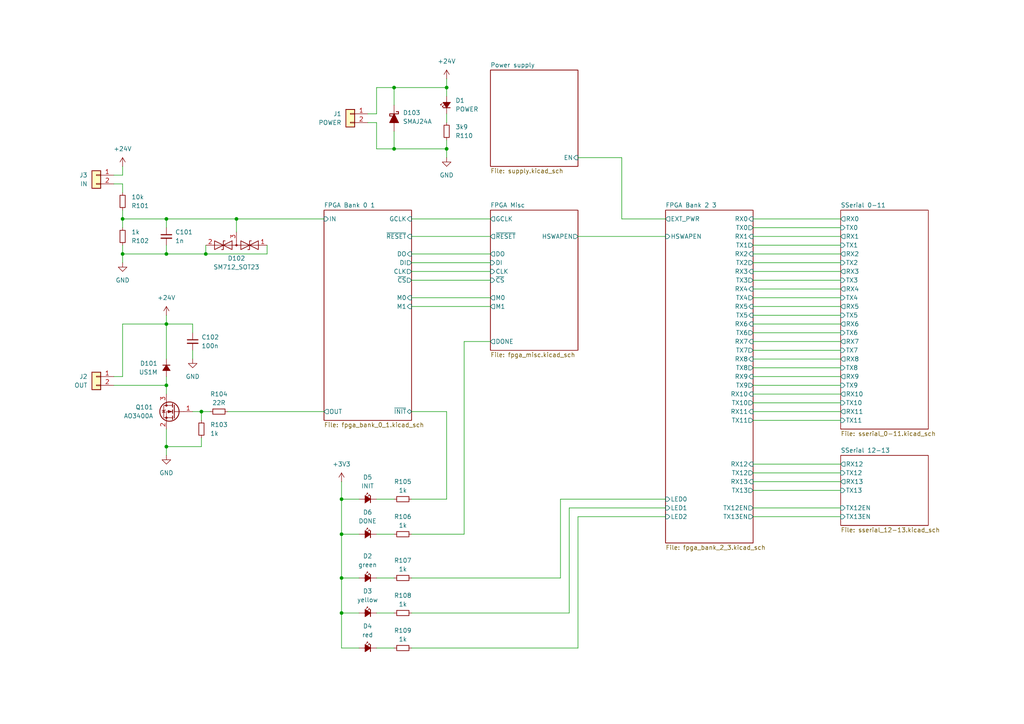
<source format=kicad_sch>
(kicad_sch
	(version 20231120)
	(generator "eeschema")
	(generator_version "8.0")
	(uuid "1f4f22c5-e7b1-4469-a82b-89470ab4678f")
	(paper "A4")
	(lib_symbols
		(symbol "Connector_Generic:Conn_01x02"
			(pin_names
				(offset 1.016) hide)
			(exclude_from_sim no)
			(in_bom yes)
			(on_board yes)
			(property "Reference" "J"
				(at 0 2.54 0)
				(effects
					(font
						(size 1.27 1.27)
					)
				)
			)
			(property "Value" "Conn_01x02"
				(at 0 -5.08 0)
				(effects
					(font
						(size 1.27 1.27)
					)
				)
			)
			(property "Footprint" ""
				(at 0 0 0)
				(effects
					(font
						(size 1.27 1.27)
					)
					(hide yes)
				)
			)
			(property "Datasheet" "~"
				(at 0 0 0)
				(effects
					(font
						(size 1.27 1.27)
					)
					(hide yes)
				)
			)
			(property "Description" "Generic connector, single row, 01x02, script generated (kicad-library-utils/schlib/autogen/connector/)"
				(at 0 0 0)
				(effects
					(font
						(size 1.27 1.27)
					)
					(hide yes)
				)
			)
			(property "ki_keywords" "connector"
				(at 0 0 0)
				(effects
					(font
						(size 1.27 1.27)
					)
					(hide yes)
				)
			)
			(property "ki_fp_filters" "Connector*:*_1x??_*"
				(at 0 0 0)
				(effects
					(font
						(size 1.27 1.27)
					)
					(hide yes)
				)
			)
			(symbol "Conn_01x02_1_1"
				(rectangle
					(start -1.27 -2.413)
					(end 0 -2.667)
					(stroke
						(width 0.1524)
						(type default)
					)
					(fill
						(type none)
					)
				)
				(rectangle
					(start -1.27 0.127)
					(end 0 -0.127)
					(stroke
						(width 0.1524)
						(type default)
					)
					(fill
						(type none)
					)
				)
				(rectangle
					(start -1.27 1.27)
					(end 1.27 -3.81)
					(stroke
						(width 0.254)
						(type default)
					)
					(fill
						(type background)
					)
				)
				(pin passive line
					(at -5.08 0 0)
					(length 3.81)
					(name "Pin_1"
						(effects
							(font
								(size 1.27 1.27)
							)
						)
					)
					(number "1"
						(effects
							(font
								(size 1.27 1.27)
							)
						)
					)
				)
				(pin passive line
					(at -5.08 -2.54 0)
					(length 3.81)
					(name "Pin_2"
						(effects
							(font
								(size 1.27 1.27)
							)
						)
					)
					(number "2"
						(effects
							(font
								(size 1.27 1.27)
							)
						)
					)
				)
			)
		)
		(symbol "Device:C_Small"
			(pin_numbers hide)
			(pin_names
				(offset 0.254) hide)
			(exclude_from_sim no)
			(in_bom yes)
			(on_board yes)
			(property "Reference" "C"
				(at 0.254 1.778 0)
				(effects
					(font
						(size 1.27 1.27)
					)
					(justify left)
				)
			)
			(property "Value" "C_Small"
				(at 0.254 -2.032 0)
				(effects
					(font
						(size 1.27 1.27)
					)
					(justify left)
				)
			)
			(property "Footprint" ""
				(at 0 0 0)
				(effects
					(font
						(size 1.27 1.27)
					)
					(hide yes)
				)
			)
			(property "Datasheet" "~"
				(at 0 0 0)
				(effects
					(font
						(size 1.27 1.27)
					)
					(hide yes)
				)
			)
			(property "Description" "Unpolarized capacitor, small symbol"
				(at 0 0 0)
				(effects
					(font
						(size 1.27 1.27)
					)
					(hide yes)
				)
			)
			(property "ki_keywords" "capacitor cap"
				(at 0 0 0)
				(effects
					(font
						(size 1.27 1.27)
					)
					(hide yes)
				)
			)
			(property "ki_fp_filters" "C_*"
				(at 0 0 0)
				(effects
					(font
						(size 1.27 1.27)
					)
					(hide yes)
				)
			)
			(symbol "C_Small_0_1"
				(polyline
					(pts
						(xy -1.524 -0.508) (xy 1.524 -0.508)
					)
					(stroke
						(width 0.3302)
						(type default)
					)
					(fill
						(type none)
					)
				)
				(polyline
					(pts
						(xy -1.524 0.508) (xy 1.524 0.508)
					)
					(stroke
						(width 0.3048)
						(type default)
					)
					(fill
						(type none)
					)
				)
			)
			(symbol "C_Small_1_1"
				(pin passive line
					(at 0 2.54 270)
					(length 2.032)
					(name "~"
						(effects
							(font
								(size 1.27 1.27)
							)
						)
					)
					(number "1"
						(effects
							(font
								(size 1.27 1.27)
							)
						)
					)
				)
				(pin passive line
					(at 0 -2.54 90)
					(length 2.032)
					(name "~"
						(effects
							(font
								(size 1.27 1.27)
							)
						)
					)
					(number "2"
						(effects
							(font
								(size 1.27 1.27)
							)
						)
					)
				)
			)
		)
		(symbol "Device:D_Schottky_Filled"
			(pin_numbers hide)
			(pin_names
				(offset 1.016) hide)
			(exclude_from_sim no)
			(in_bom yes)
			(on_board yes)
			(property "Reference" "D"
				(at 0 2.54 0)
				(effects
					(font
						(size 1.27 1.27)
					)
				)
			)
			(property "Value" "D_Schottky_Filled"
				(at 0 -2.54 0)
				(effects
					(font
						(size 1.27 1.27)
					)
				)
			)
			(property "Footprint" ""
				(at 0 0 0)
				(effects
					(font
						(size 1.27 1.27)
					)
					(hide yes)
				)
			)
			(property "Datasheet" "~"
				(at 0 0 0)
				(effects
					(font
						(size 1.27 1.27)
					)
					(hide yes)
				)
			)
			(property "Description" "Schottky diode, filled shape"
				(at 0 0 0)
				(effects
					(font
						(size 1.27 1.27)
					)
					(hide yes)
				)
			)
			(property "ki_keywords" "diode Schottky"
				(at 0 0 0)
				(effects
					(font
						(size 1.27 1.27)
					)
					(hide yes)
				)
			)
			(property "ki_fp_filters" "TO-???* *_Diode_* *SingleDiode* D_*"
				(at 0 0 0)
				(effects
					(font
						(size 1.27 1.27)
					)
					(hide yes)
				)
			)
			(symbol "D_Schottky_Filled_0_1"
				(polyline
					(pts
						(xy 1.27 0) (xy -1.27 0)
					)
					(stroke
						(width 0)
						(type default)
					)
					(fill
						(type none)
					)
				)
				(polyline
					(pts
						(xy 1.27 1.27) (xy 1.27 -1.27) (xy -1.27 0) (xy 1.27 1.27)
					)
					(stroke
						(width 0.254)
						(type default)
					)
					(fill
						(type outline)
					)
				)
				(polyline
					(pts
						(xy -1.905 0.635) (xy -1.905 1.27) (xy -1.27 1.27) (xy -1.27 -1.27) (xy -0.635 -1.27) (xy -0.635 -0.635)
					)
					(stroke
						(width 0.254)
						(type default)
					)
					(fill
						(type none)
					)
				)
			)
			(symbol "D_Schottky_Filled_1_1"
				(pin passive line
					(at -3.81 0 0)
					(length 2.54)
					(name "K"
						(effects
							(font
								(size 1.27 1.27)
							)
						)
					)
					(number "1"
						(effects
							(font
								(size 1.27 1.27)
							)
						)
					)
				)
				(pin passive line
					(at 3.81 0 180)
					(length 2.54)
					(name "A"
						(effects
							(font
								(size 1.27 1.27)
							)
						)
					)
					(number "2"
						(effects
							(font
								(size 1.27 1.27)
							)
						)
					)
				)
			)
		)
		(symbol "Device:D_Small_Filled"
			(pin_numbers hide)
			(pin_names
				(offset 0.254) hide)
			(exclude_from_sim no)
			(in_bom yes)
			(on_board yes)
			(property "Reference" "D"
				(at -1.27 2.032 0)
				(effects
					(font
						(size 1.27 1.27)
					)
					(justify left)
				)
			)
			(property "Value" "D_Small_Filled"
				(at -3.81 -2.032 0)
				(effects
					(font
						(size 1.27 1.27)
					)
					(justify left)
				)
			)
			(property "Footprint" ""
				(at 0 0 90)
				(effects
					(font
						(size 1.27 1.27)
					)
					(hide yes)
				)
			)
			(property "Datasheet" "~"
				(at 0 0 90)
				(effects
					(font
						(size 1.27 1.27)
					)
					(hide yes)
				)
			)
			(property "Description" "Diode, small symbol, filled shape"
				(at 0 0 0)
				(effects
					(font
						(size 1.27 1.27)
					)
					(hide yes)
				)
			)
			(property "Sim.Device" "D"
				(at 0 0 0)
				(effects
					(font
						(size 1.27 1.27)
					)
					(hide yes)
				)
			)
			(property "Sim.Pins" "1=K 2=A"
				(at 0 0 0)
				(effects
					(font
						(size 1.27 1.27)
					)
					(hide yes)
				)
			)
			(property "ki_keywords" "diode"
				(at 0 0 0)
				(effects
					(font
						(size 1.27 1.27)
					)
					(hide yes)
				)
			)
			(property "ki_fp_filters" "TO-???* *_Diode_* *SingleDiode* D_*"
				(at 0 0 0)
				(effects
					(font
						(size 1.27 1.27)
					)
					(hide yes)
				)
			)
			(symbol "D_Small_Filled_0_1"
				(polyline
					(pts
						(xy -0.762 -1.016) (xy -0.762 1.016)
					)
					(stroke
						(width 0.254)
						(type default)
					)
					(fill
						(type none)
					)
				)
				(polyline
					(pts
						(xy -0.762 0) (xy 0.762 0)
					)
					(stroke
						(width 0)
						(type default)
					)
					(fill
						(type none)
					)
				)
				(polyline
					(pts
						(xy 0.762 -1.016) (xy -0.762 0) (xy 0.762 1.016) (xy 0.762 -1.016)
					)
					(stroke
						(width 0.254)
						(type default)
					)
					(fill
						(type outline)
					)
				)
			)
			(symbol "D_Small_Filled_1_1"
				(pin passive line
					(at -2.54 0 0)
					(length 1.778)
					(name "K"
						(effects
							(font
								(size 1.27 1.27)
							)
						)
					)
					(number "1"
						(effects
							(font
								(size 1.27 1.27)
							)
						)
					)
				)
				(pin passive line
					(at 2.54 0 180)
					(length 1.778)
					(name "A"
						(effects
							(font
								(size 1.27 1.27)
							)
						)
					)
					(number "2"
						(effects
							(font
								(size 1.27 1.27)
							)
						)
					)
				)
			)
		)
		(symbol "Device:LED_Small_Filled"
			(pin_numbers hide)
			(pin_names
				(offset 0.254) hide)
			(exclude_from_sim no)
			(in_bom yes)
			(on_board yes)
			(property "Reference" "D"
				(at -1.27 3.175 0)
				(effects
					(font
						(size 1.27 1.27)
					)
					(justify left)
				)
			)
			(property "Value" "LED_Small_Filled"
				(at -4.445 -2.54 0)
				(effects
					(font
						(size 1.27 1.27)
					)
					(justify left)
				)
			)
			(property "Footprint" ""
				(at 0 0 90)
				(effects
					(font
						(size 1.27 1.27)
					)
					(hide yes)
				)
			)
			(property "Datasheet" "~"
				(at 0 0 90)
				(effects
					(font
						(size 1.27 1.27)
					)
					(hide yes)
				)
			)
			(property "Description" "Light emitting diode, small symbol, filled shape"
				(at 0 0 0)
				(effects
					(font
						(size 1.27 1.27)
					)
					(hide yes)
				)
			)
			(property "ki_keywords" "LED diode light-emitting-diode"
				(at 0 0 0)
				(effects
					(font
						(size 1.27 1.27)
					)
					(hide yes)
				)
			)
			(property "ki_fp_filters" "LED* LED_SMD:* LED_THT:*"
				(at 0 0 0)
				(effects
					(font
						(size 1.27 1.27)
					)
					(hide yes)
				)
			)
			(symbol "LED_Small_Filled_0_1"
				(polyline
					(pts
						(xy -0.762 -1.016) (xy -0.762 1.016)
					)
					(stroke
						(width 0.254)
						(type default)
					)
					(fill
						(type none)
					)
				)
				(polyline
					(pts
						(xy 1.016 0) (xy -0.762 0)
					)
					(stroke
						(width 0)
						(type default)
					)
					(fill
						(type none)
					)
				)
				(polyline
					(pts
						(xy 0.762 -1.016) (xy -0.762 0) (xy 0.762 1.016) (xy 0.762 -1.016)
					)
					(stroke
						(width 0.254)
						(type default)
					)
					(fill
						(type outline)
					)
				)
				(polyline
					(pts
						(xy 0 0.762) (xy -0.508 1.27) (xy -0.254 1.27) (xy -0.508 1.27) (xy -0.508 1.016)
					)
					(stroke
						(width 0)
						(type default)
					)
					(fill
						(type none)
					)
				)
				(polyline
					(pts
						(xy 0.508 1.27) (xy 0 1.778) (xy 0.254 1.778) (xy 0 1.778) (xy 0 1.524)
					)
					(stroke
						(width 0)
						(type default)
					)
					(fill
						(type none)
					)
				)
			)
			(symbol "LED_Small_Filled_1_1"
				(pin passive line
					(at -2.54 0 0)
					(length 1.778)
					(name "K"
						(effects
							(font
								(size 1.27 1.27)
							)
						)
					)
					(number "1"
						(effects
							(font
								(size 1.27 1.27)
							)
						)
					)
				)
				(pin passive line
					(at 2.54 0 180)
					(length 1.778)
					(name "A"
						(effects
							(font
								(size 1.27 1.27)
							)
						)
					)
					(number "2"
						(effects
							(font
								(size 1.27 1.27)
							)
						)
					)
				)
			)
		)
		(symbol "Device:R_Small"
			(pin_numbers hide)
			(pin_names
				(offset 0.254) hide)
			(exclude_from_sim no)
			(in_bom yes)
			(on_board yes)
			(property "Reference" "R"
				(at 0.762 0.508 0)
				(effects
					(font
						(size 1.27 1.27)
					)
					(justify left)
				)
			)
			(property "Value" "R_Small"
				(at 0.762 -1.016 0)
				(effects
					(font
						(size 1.27 1.27)
					)
					(justify left)
				)
			)
			(property "Footprint" ""
				(at 0 0 0)
				(effects
					(font
						(size 1.27 1.27)
					)
					(hide yes)
				)
			)
			(property "Datasheet" "~"
				(at 0 0 0)
				(effects
					(font
						(size 1.27 1.27)
					)
					(hide yes)
				)
			)
			(property "Description" "Resistor, small symbol"
				(at 0 0 0)
				(effects
					(font
						(size 1.27 1.27)
					)
					(hide yes)
				)
			)
			(property "ki_keywords" "R resistor"
				(at 0 0 0)
				(effects
					(font
						(size 1.27 1.27)
					)
					(hide yes)
				)
			)
			(property "ki_fp_filters" "R_*"
				(at 0 0 0)
				(effects
					(font
						(size 1.27 1.27)
					)
					(hide yes)
				)
			)
			(symbol "R_Small_0_1"
				(rectangle
					(start -0.762 1.778)
					(end 0.762 -1.778)
					(stroke
						(width 0.2032)
						(type default)
					)
					(fill
						(type none)
					)
				)
			)
			(symbol "R_Small_1_1"
				(pin passive line
					(at 0 2.54 270)
					(length 0.762)
					(name "~"
						(effects
							(font
								(size 1.27 1.27)
							)
						)
					)
					(number "1"
						(effects
							(font
								(size 1.27 1.27)
							)
						)
					)
				)
				(pin passive line
					(at 0 -2.54 90)
					(length 0.762)
					(name "~"
						(effects
							(font
								(size 1.27 1.27)
							)
						)
					)
					(number "2"
						(effects
							(font
								(size 1.27 1.27)
							)
						)
					)
				)
			)
		)
		(symbol "Diode:SM712_SOT23"
			(pin_names
				(offset 1.016) hide)
			(exclude_from_sim no)
			(in_bom yes)
			(on_board yes)
			(property "Reference" "D"
				(at 0 4.445 0)
				(effects
					(font
						(size 1.27 1.27)
					)
				)
			)
			(property "Value" "SM712_SOT23"
				(at 0 2.54 0)
				(effects
					(font
						(size 1.27 1.27)
					)
				)
			)
			(property "Footprint" "Package_TO_SOT_SMD:SOT-23"
				(at 0 -8.89 0)
				(effects
					(font
						(size 1.27 1.27)
					)
					(hide yes)
				)
			)
			(property "Datasheet" "https://www.littelfuse.com/~/media/electronics/datasheets/tvs_diode_arrays/littelfuse_tvs_diode_array_sm712_datasheet.pdf.pdf"
				(at -3.81 0 0)
				(effects
					(font
						(size 1.27 1.27)
					)
					(hide yes)
				)
			)
			(property "Description" "7V/12V, 600W Asymmetrical TVS Diode Array, SOT-23"
				(at 0 0 0)
				(effects
					(font
						(size 1.27 1.27)
					)
					(hide yes)
				)
			)
			(property "ki_keywords" "transient voltage suppressor thyrector transil"
				(at 0 0 0)
				(effects
					(font
						(size 1.27 1.27)
					)
					(hide yes)
				)
			)
			(property "ki_fp_filters" "SOT?23*"
				(at 0 0 0)
				(effects
					(font
						(size 1.27 1.27)
					)
					(hide yes)
				)
			)
			(symbol "SM712_SOT23_0_0"
				(polyline
					(pts
						(xy 0 -1.27) (xy 0 0)
					)
					(stroke
						(width 0)
						(type default)
					)
					(fill
						(type none)
					)
				)
			)
			(symbol "SM712_SOT23_0_1"
				(polyline
					(pts
						(xy -6.35 0) (xy 6.35 0)
					)
					(stroke
						(width 0)
						(type default)
					)
					(fill
						(type none)
					)
				)
				(polyline
					(pts
						(xy -3.302 1.27) (xy -3.81 1.27) (xy -3.81 -1.27) (xy -4.318 -1.27)
					)
					(stroke
						(width 0.2032)
						(type default)
					)
					(fill
						(type none)
					)
				)
				(polyline
					(pts
						(xy 4.318 1.27) (xy 3.81 1.27) (xy 3.81 -1.27) (xy 3.302 -1.27)
					)
					(stroke
						(width 0.2032)
						(type default)
					)
					(fill
						(type none)
					)
				)
				(polyline
					(pts
						(xy -6.35 -1.27) (xy -1.27 1.27) (xy -1.27 -1.27) (xy -6.35 1.27) (xy -6.35 -1.27)
					)
					(stroke
						(width 0.2032)
						(type default)
					)
					(fill
						(type none)
					)
				)
				(polyline
					(pts
						(xy 1.27 -1.27) (xy 1.27 1.27) (xy 6.35 -1.27) (xy 6.35 1.27) (xy 1.27 -1.27)
					)
					(stroke
						(width 0.2032)
						(type default)
					)
					(fill
						(type none)
					)
				)
				(circle
					(center 0 0)
					(radius 0.254)
					(stroke
						(width 0)
						(type default)
					)
					(fill
						(type outline)
					)
				)
			)
			(symbol "SM712_SOT23_1_1"
				(pin passive line
					(at -8.89 0 0)
					(length 2.54)
					(name "A1"
						(effects
							(font
								(size 1.27 1.27)
							)
						)
					)
					(number "1"
						(effects
							(font
								(size 1.27 1.27)
							)
						)
					)
				)
				(pin passive line
					(at 8.89 0 180)
					(length 2.54)
					(name "A2"
						(effects
							(font
								(size 1.27 1.27)
							)
						)
					)
					(number "2"
						(effects
							(font
								(size 1.27 1.27)
							)
						)
					)
				)
				(pin input line
					(at 0 -3.81 90)
					(length 2.54)
					(name "common"
						(effects
							(font
								(size 1.27 1.27)
							)
						)
					)
					(number "3"
						(effects
							(font
								(size 1.27 1.27)
							)
						)
					)
				)
			)
		)
		(symbol "Transistor_FET:AO3400A"
			(pin_names hide)
			(exclude_from_sim no)
			(in_bom yes)
			(on_board yes)
			(property "Reference" "Q"
				(at 5.08 1.905 0)
				(effects
					(font
						(size 1.27 1.27)
					)
					(justify left)
				)
			)
			(property "Value" "AO3400A"
				(at 5.08 0 0)
				(effects
					(font
						(size 1.27 1.27)
					)
					(justify left)
				)
			)
			(property "Footprint" "Package_TO_SOT_SMD:SOT-23"
				(at 5.08 -1.905 0)
				(effects
					(font
						(size 1.27 1.27)
						(italic yes)
					)
					(justify left)
					(hide yes)
				)
			)
			(property "Datasheet" "http://www.aosmd.com/pdfs/datasheet/AO3400A.pdf"
				(at 5.08 -3.81 0)
				(effects
					(font
						(size 1.27 1.27)
					)
					(justify left)
					(hide yes)
				)
			)
			(property "Description" "30V Vds, 5.7A Id, N-Channel MOSFET, SOT-23"
				(at 0 0 0)
				(effects
					(font
						(size 1.27 1.27)
					)
					(hide yes)
				)
			)
			(property "ki_keywords" "N-Channel MOSFET"
				(at 0 0 0)
				(effects
					(font
						(size 1.27 1.27)
					)
					(hide yes)
				)
			)
			(property "ki_fp_filters" "SOT?23*"
				(at 0 0 0)
				(effects
					(font
						(size 1.27 1.27)
					)
					(hide yes)
				)
			)
			(symbol "AO3400A_0_1"
				(polyline
					(pts
						(xy 0.254 0) (xy -2.54 0)
					)
					(stroke
						(width 0)
						(type default)
					)
					(fill
						(type none)
					)
				)
				(polyline
					(pts
						(xy 0.254 1.905) (xy 0.254 -1.905)
					)
					(stroke
						(width 0.254)
						(type default)
					)
					(fill
						(type none)
					)
				)
				(polyline
					(pts
						(xy 0.762 -1.27) (xy 0.762 -2.286)
					)
					(stroke
						(width 0.254)
						(type default)
					)
					(fill
						(type none)
					)
				)
				(polyline
					(pts
						(xy 0.762 0.508) (xy 0.762 -0.508)
					)
					(stroke
						(width 0.254)
						(type default)
					)
					(fill
						(type none)
					)
				)
				(polyline
					(pts
						(xy 0.762 2.286) (xy 0.762 1.27)
					)
					(stroke
						(width 0.254)
						(type default)
					)
					(fill
						(type none)
					)
				)
				(polyline
					(pts
						(xy 2.54 2.54) (xy 2.54 1.778)
					)
					(stroke
						(width 0)
						(type default)
					)
					(fill
						(type none)
					)
				)
				(polyline
					(pts
						(xy 2.54 -2.54) (xy 2.54 0) (xy 0.762 0)
					)
					(stroke
						(width 0)
						(type default)
					)
					(fill
						(type none)
					)
				)
				(polyline
					(pts
						(xy 0.762 -1.778) (xy 3.302 -1.778) (xy 3.302 1.778) (xy 0.762 1.778)
					)
					(stroke
						(width 0)
						(type default)
					)
					(fill
						(type none)
					)
				)
				(polyline
					(pts
						(xy 1.016 0) (xy 2.032 0.381) (xy 2.032 -0.381) (xy 1.016 0)
					)
					(stroke
						(width 0)
						(type default)
					)
					(fill
						(type outline)
					)
				)
				(polyline
					(pts
						(xy 2.794 0.508) (xy 2.921 0.381) (xy 3.683 0.381) (xy 3.81 0.254)
					)
					(stroke
						(width 0)
						(type default)
					)
					(fill
						(type none)
					)
				)
				(polyline
					(pts
						(xy 3.302 0.381) (xy 2.921 -0.254) (xy 3.683 -0.254) (xy 3.302 0.381)
					)
					(stroke
						(width 0)
						(type default)
					)
					(fill
						(type none)
					)
				)
				(circle
					(center 1.651 0)
					(radius 2.794)
					(stroke
						(width 0.254)
						(type default)
					)
					(fill
						(type none)
					)
				)
				(circle
					(center 2.54 -1.778)
					(radius 0.254)
					(stroke
						(width 0)
						(type default)
					)
					(fill
						(type outline)
					)
				)
				(circle
					(center 2.54 1.778)
					(radius 0.254)
					(stroke
						(width 0)
						(type default)
					)
					(fill
						(type outline)
					)
				)
			)
			(symbol "AO3400A_1_1"
				(pin input line
					(at -5.08 0 0)
					(length 2.54)
					(name "G"
						(effects
							(font
								(size 1.27 1.27)
							)
						)
					)
					(number "1"
						(effects
							(font
								(size 1.27 1.27)
							)
						)
					)
				)
				(pin passive line
					(at 2.54 -5.08 90)
					(length 2.54)
					(name "S"
						(effects
							(font
								(size 1.27 1.27)
							)
						)
					)
					(number "2"
						(effects
							(font
								(size 1.27 1.27)
							)
						)
					)
				)
				(pin passive line
					(at 2.54 5.08 270)
					(length 2.54)
					(name "D"
						(effects
							(font
								(size 1.27 1.27)
							)
						)
					)
					(number "3"
						(effects
							(font
								(size 1.27 1.27)
							)
						)
					)
				)
			)
		)
		(symbol "power:+24V"
			(power)
			(pin_numbers hide)
			(pin_names
				(offset 0) hide)
			(exclude_from_sim no)
			(in_bom yes)
			(on_board yes)
			(property "Reference" "#PWR"
				(at 0 -3.81 0)
				(effects
					(font
						(size 1.27 1.27)
					)
					(hide yes)
				)
			)
			(property "Value" "+24V"
				(at 0 3.556 0)
				(effects
					(font
						(size 1.27 1.27)
					)
				)
			)
			(property "Footprint" ""
				(at 0 0 0)
				(effects
					(font
						(size 1.27 1.27)
					)
					(hide yes)
				)
			)
			(property "Datasheet" ""
				(at 0 0 0)
				(effects
					(font
						(size 1.27 1.27)
					)
					(hide yes)
				)
			)
			(property "Description" "Power symbol creates a global label with name \"+24V\""
				(at 0 0 0)
				(effects
					(font
						(size 1.27 1.27)
					)
					(hide yes)
				)
			)
			(property "ki_keywords" "global power"
				(at 0 0 0)
				(effects
					(font
						(size 1.27 1.27)
					)
					(hide yes)
				)
			)
			(symbol "+24V_0_1"
				(polyline
					(pts
						(xy -0.762 1.27) (xy 0 2.54)
					)
					(stroke
						(width 0)
						(type default)
					)
					(fill
						(type none)
					)
				)
				(polyline
					(pts
						(xy 0 0) (xy 0 2.54)
					)
					(stroke
						(width 0)
						(type default)
					)
					(fill
						(type none)
					)
				)
				(polyline
					(pts
						(xy 0 2.54) (xy 0.762 1.27)
					)
					(stroke
						(width 0)
						(type default)
					)
					(fill
						(type none)
					)
				)
			)
			(symbol "+24V_1_1"
				(pin power_in line
					(at 0 0 90)
					(length 0)
					(name "~"
						(effects
							(font
								(size 1.27 1.27)
							)
						)
					)
					(number "1"
						(effects
							(font
								(size 1.27 1.27)
							)
						)
					)
				)
			)
		)
		(symbol "power:+3V3"
			(power)
			(pin_numbers hide)
			(pin_names
				(offset 0) hide)
			(exclude_from_sim no)
			(in_bom yes)
			(on_board yes)
			(property "Reference" "#PWR"
				(at 0 -3.81 0)
				(effects
					(font
						(size 1.27 1.27)
					)
					(hide yes)
				)
			)
			(property "Value" "+3V3"
				(at 0 3.556 0)
				(effects
					(font
						(size 1.27 1.27)
					)
				)
			)
			(property "Footprint" ""
				(at 0 0 0)
				(effects
					(font
						(size 1.27 1.27)
					)
					(hide yes)
				)
			)
			(property "Datasheet" ""
				(at 0 0 0)
				(effects
					(font
						(size 1.27 1.27)
					)
					(hide yes)
				)
			)
			(property "Description" "Power symbol creates a global label with name \"+3V3\""
				(at 0 0 0)
				(effects
					(font
						(size 1.27 1.27)
					)
					(hide yes)
				)
			)
			(property "ki_keywords" "global power"
				(at 0 0 0)
				(effects
					(font
						(size 1.27 1.27)
					)
					(hide yes)
				)
			)
			(symbol "+3V3_0_1"
				(polyline
					(pts
						(xy -0.762 1.27) (xy 0 2.54)
					)
					(stroke
						(width 0)
						(type default)
					)
					(fill
						(type none)
					)
				)
				(polyline
					(pts
						(xy 0 0) (xy 0 2.54)
					)
					(stroke
						(width 0)
						(type default)
					)
					(fill
						(type none)
					)
				)
				(polyline
					(pts
						(xy 0 2.54) (xy 0.762 1.27)
					)
					(stroke
						(width 0)
						(type default)
					)
					(fill
						(type none)
					)
				)
			)
			(symbol "+3V3_1_1"
				(pin power_in line
					(at 0 0 90)
					(length 0)
					(name "~"
						(effects
							(font
								(size 1.27 1.27)
							)
						)
					)
					(number "1"
						(effects
							(font
								(size 1.27 1.27)
							)
						)
					)
				)
			)
		)
		(symbol "power:GND"
			(power)
			(pin_numbers hide)
			(pin_names
				(offset 0) hide)
			(exclude_from_sim no)
			(in_bom yes)
			(on_board yes)
			(property "Reference" "#PWR"
				(at 0 -6.35 0)
				(effects
					(font
						(size 1.27 1.27)
					)
					(hide yes)
				)
			)
			(property "Value" "GND"
				(at 0 -3.81 0)
				(effects
					(font
						(size 1.27 1.27)
					)
				)
			)
			(property "Footprint" ""
				(at 0 0 0)
				(effects
					(font
						(size 1.27 1.27)
					)
					(hide yes)
				)
			)
			(property "Datasheet" ""
				(at 0 0 0)
				(effects
					(font
						(size 1.27 1.27)
					)
					(hide yes)
				)
			)
			(property "Description" "Power symbol creates a global label with name \"GND\" , ground"
				(at 0 0 0)
				(effects
					(font
						(size 1.27 1.27)
					)
					(hide yes)
				)
			)
			(property "ki_keywords" "global power"
				(at 0 0 0)
				(effects
					(font
						(size 1.27 1.27)
					)
					(hide yes)
				)
			)
			(symbol "GND_0_1"
				(polyline
					(pts
						(xy 0 0) (xy 0 -1.27) (xy 1.27 -1.27) (xy 0 -2.54) (xy -1.27 -1.27) (xy 0 -1.27)
					)
					(stroke
						(width 0)
						(type default)
					)
					(fill
						(type none)
					)
				)
			)
			(symbol "GND_1_1"
				(pin power_in line
					(at 0 0 270)
					(length 0)
					(name "~"
						(effects
							(font
								(size 1.27 1.27)
							)
						)
					)
					(number "1"
						(effects
							(font
								(size 1.27 1.27)
							)
						)
					)
				)
			)
		)
	)
	(junction
		(at 99.06 144.78)
		(diameter 0)
		(color 0 0 0 0)
		(uuid "09d4c917-52cf-46a9-86c5-0910f262c964")
	)
	(junction
		(at 114.3 25.4)
		(diameter 0)
		(color 0 0 0 0)
		(uuid "0d51c259-81c4-43c9-8061-ac089d1e5b18")
	)
	(junction
		(at 99.06 167.64)
		(diameter 0)
		(color 0 0 0 0)
		(uuid "123afca1-b91b-42da-b731-4c003d00c21a")
	)
	(junction
		(at 58.42 119.38)
		(diameter 0)
		(color 0 0 0 0)
		(uuid "1971840f-ede0-477e-96d2-46c6f5ba4eaf")
	)
	(junction
		(at 48.26 73.66)
		(diameter 0)
		(color 0 0 0 0)
		(uuid "209b14fd-632a-4f65-ad3a-7f7051ad8d5f")
	)
	(junction
		(at 99.06 154.94)
		(diameter 0)
		(color 0 0 0 0)
		(uuid "21d1de4f-7975-4544-b560-1805ac9288fe")
	)
	(junction
		(at 48.26 93.98)
		(diameter 0)
		(color 0 0 0 0)
		(uuid "37ad2530-ac3c-4bd7-8b09-8e9c13e5e080")
	)
	(junction
		(at 114.3 43.18)
		(diameter 0)
		(color 0 0 0 0)
		(uuid "69df73eb-8709-45ef-a3d2-5a5f9ea3414f")
	)
	(junction
		(at 59.69 73.66)
		(diameter 0)
		(color 0 0 0 0)
		(uuid "72beba9e-05bd-423c-afae-c0ee7c07ae27")
	)
	(junction
		(at 35.56 73.66)
		(diameter 0)
		(color 0 0 0 0)
		(uuid "76f3dd91-3395-44f0-9810-a1cb1624d7a2")
	)
	(junction
		(at 129.54 25.4)
		(diameter 0)
		(color 0 0 0 0)
		(uuid "8b47fc8d-646d-4944-b3dd-54e012189c56")
	)
	(junction
		(at 99.06 177.8)
		(diameter 0)
		(color 0 0 0 0)
		(uuid "abd0e160-5778-4ca1-a80a-fce36fe42191")
	)
	(junction
		(at 129.54 43.18)
		(diameter 0)
		(color 0 0 0 0)
		(uuid "acb9b716-6068-4099-85b1-2fbcca0d498c")
	)
	(junction
		(at 48.26 111.76)
		(diameter 0)
		(color 0 0 0 0)
		(uuid "bd8de8eb-7ac0-4d9b-928c-13896e450ae4")
	)
	(junction
		(at 68.58 63.5)
		(diameter 0)
		(color 0 0 0 0)
		(uuid "c019548a-8fce-4943-9bb8-1c4554a37dd5")
	)
	(junction
		(at 48.26 129.54)
		(diameter 0)
		(color 0 0 0 0)
		(uuid "cda92f92-d16c-4972-88e3-9fb8f6d68c7d")
	)
	(junction
		(at 35.56 63.5)
		(diameter 0)
		(color 0 0 0 0)
		(uuid "de0fcb96-44cd-45bd-aee1-de684115c848")
	)
	(junction
		(at 48.26 63.5)
		(diameter 0)
		(color 0 0 0 0)
		(uuid "ed89feac-e95b-41c9-9c8f-d0d9d9977761")
	)
	(wire
		(pts
			(xy 55.88 93.98) (xy 48.26 93.98)
		)
		(stroke
			(width 0)
			(type default)
		)
		(uuid "00a4610c-1902-4195-80b8-2c31af4b2474")
	)
	(wire
		(pts
			(xy 59.69 71.12) (xy 59.69 73.66)
		)
		(stroke
			(width 0)
			(type default)
		)
		(uuid "015b03ba-5fc4-4bc1-a3e6-51308f4ac1ab")
	)
	(wire
		(pts
			(xy 33.02 53.34) (xy 35.56 53.34)
		)
		(stroke
			(width 0)
			(type default)
		)
		(uuid "046191d9-35c5-4693-a329-a710902845db")
	)
	(wire
		(pts
			(xy 58.42 127) (xy 58.42 129.54)
		)
		(stroke
			(width 0)
			(type default)
		)
		(uuid "0536cc47-af98-4838-85b4-5ed21d266691")
	)
	(wire
		(pts
			(xy 218.44 83.82) (xy 243.84 83.82)
		)
		(stroke
			(width 0)
			(type default)
		)
		(uuid "07a25a6f-6345-4ede-a08a-d8709666a21d")
	)
	(wire
		(pts
			(xy 218.44 116.84) (xy 243.84 116.84)
		)
		(stroke
			(width 0)
			(type default)
		)
		(uuid "10653cee-99b7-48ca-a452-1b785c313199")
	)
	(wire
		(pts
			(xy 218.44 68.58) (xy 243.84 68.58)
		)
		(stroke
			(width 0)
			(type default)
		)
		(uuid "10807fb4-71ba-405a-8370-5118a8a3a01b")
	)
	(wire
		(pts
			(xy 218.44 134.62) (xy 243.84 134.62)
		)
		(stroke
			(width 0)
			(type default)
		)
		(uuid "11157adb-2709-40b1-b49b-a65ff157415a")
	)
	(wire
		(pts
			(xy 119.38 63.5) (xy 142.24 63.5)
		)
		(stroke
			(width 0)
			(type default)
		)
		(uuid "13b108d3-32ef-45f8-ac90-91e30c77414e")
	)
	(wire
		(pts
			(xy 35.56 60.96) (xy 35.56 63.5)
		)
		(stroke
			(width 0)
			(type default)
		)
		(uuid "15b48454-59a7-430d-82d0-498011d82af5")
	)
	(wire
		(pts
			(xy 162.56 144.78) (xy 162.56 167.64)
		)
		(stroke
			(width 0)
			(type default)
		)
		(uuid "162de1ec-9429-4a0a-98f5-d65b16438ebe")
	)
	(wire
		(pts
			(xy 114.3 187.96) (xy 109.22 187.96)
		)
		(stroke
			(width 0)
			(type default)
		)
		(uuid "18c9f515-d3a1-49e0-9fcc-1aeea26965c4")
	)
	(wire
		(pts
			(xy 114.3 38.1) (xy 114.3 43.18)
		)
		(stroke
			(width 0)
			(type default)
		)
		(uuid "1e47179b-73f9-4ed9-8a21-d4ca2c8ca173")
	)
	(wire
		(pts
			(xy 48.26 111.76) (xy 33.02 111.76)
		)
		(stroke
			(width 0)
			(type default)
		)
		(uuid "20b4f814-cab7-49e4-a453-03c4c554feb9")
	)
	(wire
		(pts
			(xy 35.56 73.66) (xy 35.56 76.2)
		)
		(stroke
			(width 0)
			(type default)
		)
		(uuid "2495d62a-7205-4501-8f47-aeba86ed8af3")
	)
	(wire
		(pts
			(xy 218.44 81.28) (xy 243.84 81.28)
		)
		(stroke
			(width 0)
			(type default)
		)
		(uuid "2549ab37-84e3-449c-abd3-1a47e9a8acf8")
	)
	(wire
		(pts
			(xy 129.54 144.78) (xy 119.38 144.78)
		)
		(stroke
			(width 0)
			(type default)
		)
		(uuid "271f12a5-e19f-4063-87ee-2c4361d738b7")
	)
	(wire
		(pts
			(xy 167.64 187.96) (xy 119.38 187.96)
		)
		(stroke
			(width 0)
			(type default)
		)
		(uuid "297b2619-6afc-42f9-8b15-9b2625449e21")
	)
	(wire
		(pts
			(xy 114.3 144.78) (xy 109.22 144.78)
		)
		(stroke
			(width 0)
			(type default)
		)
		(uuid "2a2ef479-cae3-4630-975f-e0758e8abf4c")
	)
	(wire
		(pts
			(xy 55.88 96.52) (xy 55.88 93.98)
		)
		(stroke
			(width 0)
			(type default)
		)
		(uuid "2db8e03f-450d-49b8-aadb-f21564b5cd03")
	)
	(wire
		(pts
			(xy 114.3 154.94) (xy 109.22 154.94)
		)
		(stroke
			(width 0)
			(type default)
		)
		(uuid "2e827793-275f-4b9e-80da-213d43c721a1")
	)
	(wire
		(pts
			(xy 218.44 76.2) (xy 243.84 76.2)
		)
		(stroke
			(width 0)
			(type default)
		)
		(uuid "30abdfd9-cc7d-4a31-b47d-a59428252134")
	)
	(wire
		(pts
			(xy 48.26 93.98) (xy 48.26 104.14)
		)
		(stroke
			(width 0)
			(type default)
		)
		(uuid "315a8b08-c2e1-47d5-a7c3-6671b7dae456")
	)
	(wire
		(pts
			(xy 35.56 109.22) (xy 35.56 93.98)
		)
		(stroke
			(width 0)
			(type default)
		)
		(uuid "321bde45-3122-441c-b55d-6d37f6072d1a")
	)
	(wire
		(pts
			(xy 77.47 73.66) (xy 59.69 73.66)
		)
		(stroke
			(width 0)
			(type default)
		)
		(uuid "33fb2994-98dd-4c88-ad41-235a39c4eabb")
	)
	(wire
		(pts
			(xy 218.44 73.66) (xy 243.84 73.66)
		)
		(stroke
			(width 0)
			(type default)
		)
		(uuid "355524dd-0b85-4571-abb2-16de8d5e37da")
	)
	(wire
		(pts
			(xy 68.58 63.5) (xy 93.98 63.5)
		)
		(stroke
			(width 0)
			(type default)
		)
		(uuid "3659b5f2-6155-45ef-86d8-2e57963c5a94")
	)
	(wire
		(pts
			(xy 218.44 111.76) (xy 243.84 111.76)
		)
		(stroke
			(width 0)
			(type default)
		)
		(uuid "3aac4661-7deb-444d-a3b0-3877d3391877")
	)
	(wire
		(pts
			(xy 119.38 78.74) (xy 142.24 78.74)
		)
		(stroke
			(width 0)
			(type default)
		)
		(uuid "3e520261-ea97-436e-a5c7-667e5b0f3843")
	)
	(wire
		(pts
			(xy 218.44 109.22) (xy 243.84 109.22)
		)
		(stroke
			(width 0)
			(type default)
		)
		(uuid "40c179e0-31a8-4e7b-9ef9-8551f8a6d529")
	)
	(wire
		(pts
			(xy 218.44 137.16) (xy 243.84 137.16)
		)
		(stroke
			(width 0)
			(type default)
		)
		(uuid "41207980-3398-4f75-bdd8-1ffc7570be84")
	)
	(wire
		(pts
			(xy 119.38 76.2) (xy 142.24 76.2)
		)
		(stroke
			(width 0)
			(type default)
		)
		(uuid "437521a4-6b04-4f83-9743-87db7c331dae")
	)
	(wire
		(pts
			(xy 134.62 154.94) (xy 119.38 154.94)
		)
		(stroke
			(width 0)
			(type default)
		)
		(uuid "43e82a09-ed7e-4d5c-afc6-8b2bc901a524")
	)
	(wire
		(pts
			(xy 68.58 67.31) (xy 68.58 63.5)
		)
		(stroke
			(width 0)
			(type default)
		)
		(uuid "449ac4a9-bcb2-472e-8609-392a7379853b")
	)
	(wire
		(pts
			(xy 58.42 119.38) (xy 55.88 119.38)
		)
		(stroke
			(width 0)
			(type default)
		)
		(uuid "45458a9d-27d8-4407-9c85-0df5e6f40cd0")
	)
	(wire
		(pts
			(xy 119.38 177.8) (xy 165.1 177.8)
		)
		(stroke
			(width 0)
			(type default)
		)
		(uuid "475a9c40-967c-4949-b65e-3fd73efad6db")
	)
	(wire
		(pts
			(xy 48.26 73.66) (xy 35.56 73.66)
		)
		(stroke
			(width 0)
			(type default)
		)
		(uuid "49d60d84-2fd2-47e6-936a-d26ca57f6a7e")
	)
	(wire
		(pts
			(xy 99.06 177.8) (xy 99.06 187.96)
		)
		(stroke
			(width 0)
			(type default)
		)
		(uuid "4a4bfcde-9a02-4bee-bed9-428e01c7b04f")
	)
	(wire
		(pts
			(xy 193.04 149.86) (xy 167.64 149.86)
		)
		(stroke
			(width 0)
			(type default)
		)
		(uuid "4ca03cf4-5b25-41f2-9529-90426c0761aa")
	)
	(wire
		(pts
			(xy 48.26 129.54) (xy 48.26 132.08)
		)
		(stroke
			(width 0)
			(type default)
		)
		(uuid "504a6edc-72f4-402b-9727-34c5d1b1fd64")
	)
	(wire
		(pts
			(xy 218.44 66.04) (xy 243.84 66.04)
		)
		(stroke
			(width 0)
			(type default)
		)
		(uuid "513847a0-0be4-4352-ba5f-636440152b07")
	)
	(wire
		(pts
			(xy 180.34 63.5) (xy 180.34 45.72)
		)
		(stroke
			(width 0)
			(type default)
		)
		(uuid "53635b75-1abf-4fe9-ad93-a22fbd3195e7")
	)
	(wire
		(pts
			(xy 66.04 119.38) (xy 93.98 119.38)
		)
		(stroke
			(width 0)
			(type default)
		)
		(uuid "5459d569-7e08-4c38-9608-45455a2e415d")
	)
	(wire
		(pts
			(xy 129.54 33.02) (xy 129.54 35.56)
		)
		(stroke
			(width 0)
			(type default)
		)
		(uuid "58100206-cd54-4223-98d3-75c386fc835a")
	)
	(wire
		(pts
			(xy 99.06 187.96) (xy 104.14 187.96)
		)
		(stroke
			(width 0)
			(type default)
		)
		(uuid "584804c4-b06b-428c-bd98-38bb981307d5")
	)
	(wire
		(pts
			(xy 218.44 91.44) (xy 243.84 91.44)
		)
		(stroke
			(width 0)
			(type default)
		)
		(uuid "60727410-c56e-4e8b-bf21-51741387d192")
	)
	(wire
		(pts
			(xy 218.44 93.98) (xy 243.84 93.98)
		)
		(stroke
			(width 0)
			(type default)
		)
		(uuid "63ad1296-cf7e-4586-9e6b-1066b7360550")
	)
	(wire
		(pts
			(xy 35.56 71.12) (xy 35.56 73.66)
		)
		(stroke
			(width 0)
			(type default)
		)
		(uuid "690a984b-76fc-4a12-9ba7-618a9101339f")
	)
	(wire
		(pts
			(xy 104.14 144.78) (xy 99.06 144.78)
		)
		(stroke
			(width 0)
			(type default)
		)
		(uuid "69b3a744-e06a-455e-a306-03e47eee539d")
	)
	(wire
		(pts
			(xy 99.06 154.94) (xy 99.06 167.64)
		)
		(stroke
			(width 0)
			(type default)
		)
		(uuid "69c23f22-d2e8-4eb4-ab2d-24dac55ae8a7")
	)
	(wire
		(pts
			(xy 218.44 78.74) (xy 243.84 78.74)
		)
		(stroke
			(width 0)
			(type default)
		)
		(uuid "6a5b3ab9-bfdc-40eb-bff6-8c8a01b5fdc8")
	)
	(wire
		(pts
			(xy 77.47 71.12) (xy 77.47 73.66)
		)
		(stroke
			(width 0)
			(type default)
		)
		(uuid "6d1c4792-9486-4553-b5f3-167e368483e4")
	)
	(wire
		(pts
			(xy 114.3 167.64) (xy 109.22 167.64)
		)
		(stroke
			(width 0)
			(type default)
		)
		(uuid "6e3809d7-0f9e-47a6-8956-5eab74365271")
	)
	(wire
		(pts
			(xy 48.26 91.44) (xy 48.26 93.98)
		)
		(stroke
			(width 0)
			(type default)
		)
		(uuid "715f7626-08ab-415e-87fc-296c8152a61e")
	)
	(wire
		(pts
			(xy 129.54 43.18) (xy 129.54 45.72)
		)
		(stroke
			(width 0)
			(type default)
		)
		(uuid "72e357a3-f673-45eb-9a24-6216e1d9da01")
	)
	(wire
		(pts
			(xy 106.68 33.02) (xy 109.22 33.02)
		)
		(stroke
			(width 0)
			(type default)
		)
		(uuid "73302798-df7c-4060-87b6-0449a5f0cba5")
	)
	(wire
		(pts
			(xy 99.06 144.78) (xy 99.06 139.7)
		)
		(stroke
			(width 0)
			(type default)
		)
		(uuid "7454ba3d-3553-4e6b-af11-190e39548c84")
	)
	(wire
		(pts
			(xy 55.88 101.6) (xy 55.88 104.14)
		)
		(stroke
			(width 0)
			(type default)
		)
		(uuid "751fc145-acb7-432e-920f-61710fd23546")
	)
	(wire
		(pts
			(xy 114.3 25.4) (xy 129.54 25.4)
		)
		(stroke
			(width 0)
			(type default)
		)
		(uuid "762c6370-18bb-4f38-917e-5dfdb71b33e4")
	)
	(wire
		(pts
			(xy 48.26 71.12) (xy 48.26 73.66)
		)
		(stroke
			(width 0)
			(type default)
		)
		(uuid "79a013a7-7b09-4b3a-bac0-5a511b023b9d")
	)
	(wire
		(pts
			(xy 99.06 167.64) (xy 99.06 177.8)
		)
		(stroke
			(width 0)
			(type default)
		)
		(uuid "7aa2916a-dbf9-4f21-a988-9ad81b023bbc")
	)
	(wire
		(pts
			(xy 167.64 68.58) (xy 193.04 68.58)
		)
		(stroke
			(width 0)
			(type default)
		)
		(uuid "7c02dbd3-5086-45a0-aa49-abfc76d35901")
	)
	(wire
		(pts
			(xy 167.64 149.86) (xy 167.64 187.96)
		)
		(stroke
			(width 0)
			(type default)
		)
		(uuid "7c831363-0881-4123-86c6-cbbbce505386")
	)
	(wire
		(pts
			(xy 162.56 167.64) (xy 119.38 167.64)
		)
		(stroke
			(width 0)
			(type default)
		)
		(uuid "82255f13-c6c4-49f7-acaf-558186f41ff1")
	)
	(wire
		(pts
			(xy 48.26 109.22) (xy 48.26 111.76)
		)
		(stroke
			(width 0)
			(type default)
		)
		(uuid "825d6312-f464-4b6b-9f10-5ee8e5f7d456")
	)
	(wire
		(pts
			(xy 119.38 119.38) (xy 129.54 119.38)
		)
		(stroke
			(width 0)
			(type default)
		)
		(uuid "8422454a-e9bd-4090-abf9-722af0d6a303")
	)
	(wire
		(pts
			(xy 48.26 63.5) (xy 48.26 66.04)
		)
		(stroke
			(width 0)
			(type default)
		)
		(uuid "85b7a0e1-3518-4f37-8c1a-fee2548e6216")
	)
	(wire
		(pts
			(xy 58.42 121.92) (xy 58.42 119.38)
		)
		(stroke
			(width 0)
			(type default)
		)
		(uuid "871494ed-e6e7-4bc6-a334-5760b7965a5d")
	)
	(wire
		(pts
			(xy 129.54 25.4) (xy 129.54 27.94)
		)
		(stroke
			(width 0)
			(type default)
		)
		(uuid "87680cb2-3735-4f0b-99a3-7e1ebbf1fdb0")
	)
	(wire
		(pts
			(xy 134.62 99.06) (xy 134.62 154.94)
		)
		(stroke
			(width 0)
			(type default)
		)
		(uuid "8b9733a0-c770-41ec-ab0d-f38a48f8528f")
	)
	(wire
		(pts
			(xy 48.26 73.66) (xy 59.69 73.66)
		)
		(stroke
			(width 0)
			(type default)
		)
		(uuid "8d5ff393-73be-4e4c-98a2-a7a15ca25ad4")
	)
	(wire
		(pts
			(xy 99.06 154.94) (xy 99.06 144.78)
		)
		(stroke
			(width 0)
			(type default)
		)
		(uuid "8dafb4b3-28e7-4510-b1ee-a73eae6427b5")
	)
	(wire
		(pts
			(xy 165.1 147.32) (xy 193.04 147.32)
		)
		(stroke
			(width 0)
			(type default)
		)
		(uuid "8ef8075f-51b9-49fe-8f1b-1e2d4d817516")
	)
	(wire
		(pts
			(xy 48.26 124.46) (xy 48.26 129.54)
		)
		(stroke
			(width 0)
			(type default)
		)
		(uuid "8ffd114a-34aa-4987-b62c-0118a34c0bf7")
	)
	(wire
		(pts
			(xy 119.38 86.36) (xy 142.24 86.36)
		)
		(stroke
			(width 0)
			(type default)
		)
		(uuid "90e6a3a9-8d69-4d41-bb70-2621b5b39285")
	)
	(wire
		(pts
			(xy 119.38 81.28) (xy 142.24 81.28)
		)
		(stroke
			(width 0)
			(type default)
		)
		(uuid "913c4f41-926e-43a5-92e8-1b77c1ba8c90")
	)
	(wire
		(pts
			(xy 33.02 50.8) (xy 35.56 50.8)
		)
		(stroke
			(width 0)
			(type default)
		)
		(uuid "92194ac3-9b7d-4ce8-903c-f7465aa54c1b")
	)
	(wire
		(pts
			(xy 218.44 142.24) (xy 243.84 142.24)
		)
		(stroke
			(width 0)
			(type default)
		)
		(uuid "92c330a9-f9ef-4daf-bf9a-d0a562806592")
	)
	(wire
		(pts
			(xy 48.26 93.98) (xy 35.56 93.98)
		)
		(stroke
			(width 0)
			(type default)
		)
		(uuid "94786b7b-8467-4962-bcbf-da84b1146e71")
	)
	(wire
		(pts
			(xy 142.24 99.06) (xy 134.62 99.06)
		)
		(stroke
			(width 0)
			(type default)
		)
		(uuid "94c1dd20-a392-4d64-aa0d-6c7235becc36")
	)
	(wire
		(pts
			(xy 218.44 104.14) (xy 243.84 104.14)
		)
		(stroke
			(width 0)
			(type default)
		)
		(uuid "994de72c-fcdc-4130-8c57-7fccf4568e8d")
	)
	(wire
		(pts
			(xy 114.3 43.18) (xy 129.54 43.18)
		)
		(stroke
			(width 0)
			(type default)
		)
		(uuid "9a283a58-1833-4ad7-bc82-3cc983660df9")
	)
	(wire
		(pts
			(xy 48.26 63.5) (xy 68.58 63.5)
		)
		(stroke
			(width 0)
			(type default)
		)
		(uuid "9c1b7323-6dce-4a64-a293-61c903bd4f0c")
	)
	(wire
		(pts
			(xy 218.44 121.92) (xy 243.84 121.92)
		)
		(stroke
			(width 0)
			(type default)
		)
		(uuid "a2b918d2-d2b5-4e3e-bd2f-763d4a86d88e")
	)
	(wire
		(pts
			(xy 129.54 22.86) (xy 129.54 25.4)
		)
		(stroke
			(width 0)
			(type default)
		)
		(uuid "a42d297e-fbb8-4ffb-9bbc-0d6d2f23d1bd")
	)
	(wire
		(pts
			(xy 119.38 68.58) (xy 142.24 68.58)
		)
		(stroke
			(width 0)
			(type default)
		)
		(uuid "a48bb620-0531-48b9-ad2c-78dd21c7ceb8")
	)
	(wire
		(pts
			(xy 218.44 99.06) (xy 243.84 99.06)
		)
		(stroke
			(width 0)
			(type default)
		)
		(uuid "a57b6119-00a8-4b00-b1e8-3239160ccef6")
	)
	(wire
		(pts
			(xy 218.44 101.6) (xy 243.84 101.6)
		)
		(stroke
			(width 0)
			(type default)
		)
		(uuid "a66aa46d-b895-42e2-b953-de3835de5562")
	)
	(wire
		(pts
			(xy 109.22 33.02) (xy 109.22 25.4)
		)
		(stroke
			(width 0)
			(type default)
		)
		(uuid "ab70231f-814a-44c5-8000-19eb2f3b8e9f")
	)
	(wire
		(pts
			(xy 119.38 88.9) (xy 142.24 88.9)
		)
		(stroke
			(width 0)
			(type default)
		)
		(uuid "b0da17e5-9bc5-4109-af1e-d8c34c565f90")
	)
	(wire
		(pts
			(xy 114.3 177.8) (xy 109.22 177.8)
		)
		(stroke
			(width 0)
			(type default)
		)
		(uuid "b1683897-8740-4f1f-a5f2-c2e62bbacb90")
	)
	(wire
		(pts
			(xy 35.56 53.34) (xy 35.56 55.88)
		)
		(stroke
			(width 0)
			(type default)
		)
		(uuid "b30ab41e-8897-42ab-9505-5d2c877883d0")
	)
	(wire
		(pts
			(xy 109.22 35.56) (xy 109.22 43.18)
		)
		(stroke
			(width 0)
			(type default)
		)
		(uuid "bab902b9-0661-4f4b-a196-0ff9c19c7cdd")
	)
	(wire
		(pts
			(xy 129.54 119.38) (xy 129.54 144.78)
		)
		(stroke
			(width 0)
			(type default)
		)
		(uuid "bb1262f0-a84c-46f3-a907-9051c3ddfe64")
	)
	(wire
		(pts
			(xy 218.44 114.3) (xy 243.84 114.3)
		)
		(stroke
			(width 0)
			(type default)
		)
		(uuid "bc17ef91-345d-4282-a70f-cf659fb27a20")
	)
	(wire
		(pts
			(xy 48.26 111.76) (xy 48.26 114.3)
		)
		(stroke
			(width 0)
			(type default)
		)
		(uuid "bd9bd253-8918-4fbc-a3d5-3ca2bf28dc3d")
	)
	(wire
		(pts
			(xy 193.04 144.78) (xy 162.56 144.78)
		)
		(stroke
			(width 0)
			(type default)
		)
		(uuid "bf49c0f5-ae15-4ede-a755-994b242cdf16")
	)
	(wire
		(pts
			(xy 114.3 25.4) (xy 114.3 30.48)
		)
		(stroke
			(width 0)
			(type default)
		)
		(uuid "c07a1386-d0c9-4b23-b488-f4da083842f9")
	)
	(wire
		(pts
			(xy 106.68 35.56) (xy 109.22 35.56)
		)
		(stroke
			(width 0)
			(type default)
		)
		(uuid "c09acc4f-c5a5-4c82-b70e-dd5957f28628")
	)
	(wire
		(pts
			(xy 129.54 40.64) (xy 129.54 43.18)
		)
		(stroke
			(width 0)
			(type default)
		)
		(uuid "c0a9a989-20b7-409e-997c-52bcf3265ad4")
	)
	(wire
		(pts
			(xy 104.14 177.8) (xy 99.06 177.8)
		)
		(stroke
			(width 0)
			(type default)
		)
		(uuid "c3c89c32-bc85-4fd3-97f9-e85bffa92902")
	)
	(wire
		(pts
			(xy 35.56 50.8) (xy 35.56 48.26)
		)
		(stroke
			(width 0)
			(type default)
		)
		(uuid "c8670e46-68a9-44ba-92e3-e9112604404f")
	)
	(wire
		(pts
			(xy 109.22 25.4) (xy 114.3 25.4)
		)
		(stroke
			(width 0)
			(type default)
		)
		(uuid "c93b4361-4e23-4d97-94f0-52e76c125bae")
	)
	(wire
		(pts
			(xy 58.42 129.54) (xy 48.26 129.54)
		)
		(stroke
			(width 0)
			(type default)
		)
		(uuid "ce3bfa79-2351-40a0-a64c-7efdd5083aea")
	)
	(wire
		(pts
			(xy 218.44 106.68) (xy 243.84 106.68)
		)
		(stroke
			(width 0)
			(type default)
		)
		(uuid "cf35ddbe-efe5-4d50-8fad-2707712fad3b")
	)
	(wire
		(pts
			(xy 218.44 71.12) (xy 243.84 71.12)
		)
		(stroke
			(width 0)
			(type default)
		)
		(uuid "d16faaeb-d748-4eb4-8114-9d16753d87b6")
	)
	(wire
		(pts
			(xy 104.14 154.94) (xy 99.06 154.94)
		)
		(stroke
			(width 0)
			(type default)
		)
		(uuid "d8bbf1a2-bf9b-48a6-bac4-08b3ccf781af")
	)
	(wire
		(pts
			(xy 35.56 109.22) (xy 33.02 109.22)
		)
		(stroke
			(width 0)
			(type default)
		)
		(uuid "d9d0cd9c-f072-4e1d-9b73-8cc7d6d6020d")
	)
	(wire
		(pts
			(xy 218.44 86.36) (xy 243.84 86.36)
		)
		(stroke
			(width 0)
			(type default)
		)
		(uuid "da201e94-6107-48cd-a4b0-d16e10f5b4b8")
	)
	(wire
		(pts
			(xy 218.44 96.52) (xy 243.84 96.52)
		)
		(stroke
			(width 0)
			(type default)
		)
		(uuid "dad35d67-b5f1-4bdb-866f-e245b6ea1811")
	)
	(wire
		(pts
			(xy 35.56 63.5) (xy 48.26 63.5)
		)
		(stroke
			(width 0)
			(type default)
		)
		(uuid "dc669a06-11ee-4163-a85b-5f61b3f68fd4")
	)
	(wire
		(pts
			(xy 218.44 149.86) (xy 243.84 149.86)
		)
		(stroke
			(width 0)
			(type default)
		)
		(uuid "e3c94e33-86ca-419e-bd7a-a1868e84e0c2")
	)
	(wire
		(pts
			(xy 218.44 63.5) (xy 243.84 63.5)
		)
		(stroke
			(width 0)
			(type default)
		)
		(uuid "e5db1ccd-6a98-4b6d-ac96-26a480da439f")
	)
	(wire
		(pts
			(xy 119.38 73.66) (xy 142.24 73.66)
		)
		(stroke
			(width 0)
			(type default)
		)
		(uuid "e8f0d48b-4bb2-4ea4-ad58-4947f07c8523")
	)
	(wire
		(pts
			(xy 58.42 119.38) (xy 60.96 119.38)
		)
		(stroke
			(width 0)
			(type default)
		)
		(uuid "ebe313d1-7d75-4aa2-9279-f22e1e34a527")
	)
	(wire
		(pts
			(xy 104.14 167.64) (xy 99.06 167.64)
		)
		(stroke
			(width 0)
			(type default)
		)
		(uuid "ec8f6dc1-4a0c-4e43-83cb-9aabd50cbc97")
	)
	(wire
		(pts
			(xy 218.44 88.9) (xy 243.84 88.9)
		)
		(stroke
			(width 0)
			(type default)
		)
		(uuid "edda8131-8b38-4b9f-97df-014cf0ef83a3")
	)
	(wire
		(pts
			(xy 218.44 139.7) (xy 243.84 139.7)
		)
		(stroke
			(width 0)
			(type default)
		)
		(uuid "ef23f1ba-009b-41ba-b3bf-c41c6324cb33")
	)
	(wire
		(pts
			(xy 109.22 43.18) (xy 114.3 43.18)
		)
		(stroke
			(width 0)
			(type default)
		)
		(uuid "f0d6ccf9-85e2-45f2-880e-374299827e38")
	)
	(wire
		(pts
			(xy 35.56 63.5) (xy 35.56 66.04)
		)
		(stroke
			(width 0)
			(type default)
		)
		(uuid "f18c058d-f223-4e17-9583-2694388efb69")
	)
	(wire
		(pts
			(xy 180.34 45.72) (xy 167.64 45.72)
		)
		(stroke
			(width 0)
			(type default)
		)
		(uuid "f21b2f39-76ab-47d1-95e4-58a44e94cdd4")
	)
	(wire
		(pts
			(xy 218.44 147.32) (xy 243.84 147.32)
		)
		(stroke
			(width 0)
			(type default)
		)
		(uuid "f42b000b-071e-4aee-9117-9d076fb2f866")
	)
	(wire
		(pts
			(xy 165.1 177.8) (xy 165.1 147.32)
		)
		(stroke
			(width 0)
			(type default)
		)
		(uuid "f4eaff03-e966-4b85-903f-d9f1d756bca5")
	)
	(wire
		(pts
			(xy 218.44 119.38) (xy 243.84 119.38)
		)
		(stroke
			(width 0)
			(type default)
		)
		(uuid "f9404fb6-8206-44f3-a65b-0bb5d25f5576")
	)
	(wire
		(pts
			(xy 193.04 63.5) (xy 180.34 63.5)
		)
		(stroke
			(width 0)
			(type default)
		)
		(uuid "fa335e61-dae6-4cc8-9c22-3f7ad54b6f09")
	)
	(symbol
		(lib_id "Device:D_Small_Filled")
		(at 48.26 106.68 90)
		(mirror x)
		(unit 1)
		(exclude_from_sim no)
		(in_bom yes)
		(on_board yes)
		(dnp no)
		(fields_autoplaced yes)
		(uuid "070c76ae-19a0-4e8c-a5c3-d0fd59d0b766")
		(property "Reference" "D101"
			(at 45.72 105.4099 90)
			(effects
				(font
					(size 1.27 1.27)
				)
				(justify left)
			)
		)
		(property "Value" "US1M"
			(at 45.72 107.9499 90)
			(effects
				(font
					(size 1.27 1.27)
				)
				(justify left)
			)
		)
		(property "Footprint" "Diode_SMD:D_SMA"
			(at 48.26 106.68 90)
			(effects
				(font
					(size 1.27 1.27)
				)
				(hide yes)
			)
		)
		(property "Datasheet" "~"
			(at 48.26 106.68 90)
			(effects
				(font
					(size 1.27 1.27)
				)
				(hide yes)
			)
		)
		(property "Description" "Diode, small symbol, filled shape"
			(at 48.26 106.68 0)
			(effects
				(font
					(size 1.27 1.27)
				)
				(hide yes)
			)
		)
		(property "Sim.Device" "D"
			(at 48.26 106.68 0)
			(effects
				(font
					(size 1.27 1.27)
				)
				(hide yes)
			)
		)
		(property "Sim.Pins" "1=K 2=A"
			(at 48.26 106.68 0)
			(effects
				(font
					(size 1.27 1.27)
				)
				(hide yes)
			)
		)
		(pin "1"
			(uuid "94dec59c-8031-45f3-968c-015d49e7403a")
		)
		(pin "2"
			(uuid "6c411fae-2c05-44bd-8054-5b4dac5e5bdc")
		)
		(instances
			(project ""
				(path "/1f4f22c5-e7b1-4469-a82b-89470ab4678f"
					(reference "D101")
					(unit 1)
				)
			)
		)
	)
	(symbol
		(lib_id "power:GND")
		(at 129.54 45.72 0)
		(unit 1)
		(exclude_from_sim no)
		(in_bom yes)
		(on_board yes)
		(dnp no)
		(fields_autoplaced yes)
		(uuid "0788be62-7266-4f76-bb32-bbd5927bb2e9")
		(property "Reference" "#PWR0108"
			(at 129.54 52.07 0)
			(effects
				(font
					(size 1.27 1.27)
				)
				(hide yes)
			)
		)
		(property "Value" "GND"
			(at 129.54 50.8 0)
			(effects
				(font
					(size 1.27 1.27)
				)
			)
		)
		(property "Footprint" ""
			(at 129.54 45.72 0)
			(effects
				(font
					(size 1.27 1.27)
				)
				(hide yes)
			)
		)
		(property "Datasheet" ""
			(at 129.54 45.72 0)
			(effects
				(font
					(size 1.27 1.27)
				)
				(hide yes)
			)
		)
		(property "Description" "Power symbol creates a global label with name \"GND\" , ground"
			(at 129.54 45.72 0)
			(effects
				(font
					(size 1.27 1.27)
				)
				(hide yes)
			)
		)
		(pin "1"
			(uuid "57cc6163-9d7e-4c10-a22c-3944bc655291")
		)
		(instances
			(project ""
				(path "/1f4f22c5-e7b1-4469-a82b-89470ab4678f"
					(reference "#PWR0108")
					(unit 1)
				)
			)
		)
	)
	(symbol
		(lib_id "Transistor_FET:AO3400A")
		(at 50.8 119.38 0)
		(mirror y)
		(unit 1)
		(exclude_from_sim no)
		(in_bom yes)
		(on_board yes)
		(dnp no)
		(fields_autoplaced yes)
		(uuid "1876b401-738c-4014-9c33-8e03e4d38ac2")
		(property "Reference" "Q101"
			(at 44.45 118.1099 0)
			(effects
				(font
					(size 1.27 1.27)
				)
				(justify left)
			)
		)
		(property "Value" "AO3400A"
			(at 44.45 120.6499 0)
			(effects
				(font
					(size 1.27 1.27)
				)
				(justify left)
			)
		)
		(property "Footprint" "Package_TO_SOT_SMD:SOT-23"
			(at 45.72 121.285 0)
			(effects
				(font
					(size 1.27 1.27)
					(italic yes)
				)
				(justify left)
				(hide yes)
			)
		)
		(property "Datasheet" "http://www.aosmd.com/pdfs/datasheet/AO3400A.pdf"
			(at 45.72 123.19 0)
			(effects
				(font
					(size 1.27 1.27)
				)
				(justify left)
				(hide yes)
			)
		)
		(property "Description" "30V Vds, 5.7A Id, N-Channel MOSFET, SOT-23"
			(at 50.8 119.38 0)
			(effects
				(font
					(size 1.27 1.27)
				)
				(hide yes)
			)
		)
		(pin "2"
			(uuid "27a505c4-4fd3-4232-8e78-bb6fc0cee43c")
		)
		(pin "1"
			(uuid "3191144e-eb73-4343-b633-ddb9c44f3e12")
		)
		(pin "3"
			(uuid "55754017-60d6-4e1e-b2e1-c297bcf598a1")
		)
		(instances
			(project ""
				(path "/1f4f22c5-e7b1-4469-a82b-89470ab4678f"
					(reference "Q101")
					(unit 1)
				)
			)
		)
	)
	(symbol
		(lib_id "Device:R_Small")
		(at 116.84 187.96 270)
		(mirror x)
		(unit 1)
		(exclude_from_sim no)
		(in_bom yes)
		(on_board yes)
		(dnp no)
		(fields_autoplaced yes)
		(uuid "1ea3ed05-7945-48a4-b25a-60ce97379e88")
		(property "Reference" "R109"
			(at 116.84 182.88 90)
			(effects
				(font
					(size 1.27 1.27)
				)
			)
		)
		(property "Value" "1k"
			(at 116.84 185.42 90)
			(effects
				(font
					(size 1.27 1.27)
				)
			)
		)
		(property "Footprint" "Resistor_SMD:R_0603_1608Metric"
			(at 116.84 187.96 0)
			(effects
				(font
					(size 1.27 1.27)
				)
				(hide yes)
			)
		)
		(property "Datasheet" "~"
			(at 116.84 187.96 0)
			(effects
				(font
					(size 1.27 1.27)
				)
				(hide yes)
			)
		)
		(property "Description" "Resistor, small symbol"
			(at 116.84 187.96 0)
			(effects
				(font
					(size 1.27 1.27)
				)
				(hide yes)
			)
		)
		(pin "1"
			(uuid "a1af6636-df3d-4db4-baa4-22e46edc142c")
		)
		(pin "2"
			(uuid "78ec57d3-8bc6-41b0-b000-19600cfcb982")
		)
		(instances
			(project "stmbl-fpga-master"
				(path "/1f4f22c5-e7b1-4469-a82b-89470ab4678f"
					(reference "R109")
					(unit 1)
				)
			)
		)
	)
	(symbol
		(lib_id "Device:LED_Small_Filled")
		(at 106.68 177.8 0)
		(mirror y)
		(unit 1)
		(exclude_from_sim no)
		(in_bom yes)
		(on_board yes)
		(dnp no)
		(fields_autoplaced yes)
		(uuid "236e20cb-41ce-4f79-9526-47e3993fd37c")
		(property "Reference" "D3"
			(at 106.6165 171.45 0)
			(effects
				(font
					(size 1.27 1.27)
				)
			)
		)
		(property "Value" "yellow"
			(at 106.6165 173.99 0)
			(effects
				(font
					(size 1.27 1.27)
				)
			)
		)
		(property "Footprint" "stmbl-fpga-master:LED-0805-SIDE"
			(at 106.68 177.8 90)
			(effects
				(font
					(size 1.27 1.27)
				)
				(hide yes)
			)
		)
		(property "Datasheet" "~"
			(at 106.68 177.8 90)
			(effects
				(font
					(size 1.27 1.27)
				)
				(hide yes)
			)
		)
		(property "Description" "Light emitting diode, small symbol, filled shape"
			(at 106.68 177.8 0)
			(effects
				(font
					(size 1.27 1.27)
				)
				(hide yes)
			)
		)
		(pin "2"
			(uuid "1f592723-13b1-47af-a17e-801bd430eb5d")
		)
		(pin "1"
			(uuid "bebc70a0-5fe9-4e3e-a3c4-136f62e00b30")
		)
		(instances
			(project "stmbl-fpga-master"
				(path "/1f4f22c5-e7b1-4469-a82b-89470ab4678f"
					(reference "D3")
					(unit 1)
				)
			)
		)
	)
	(symbol
		(lib_id "Device:LED_Small_Filled")
		(at 106.68 144.78 0)
		(mirror y)
		(unit 1)
		(exclude_from_sim no)
		(in_bom yes)
		(on_board yes)
		(dnp no)
		(fields_autoplaced yes)
		(uuid "290f5d47-fc5c-4f67-83b7-477ff7cb7c56")
		(property "Reference" "D5"
			(at 106.6165 138.43 0)
			(effects
				(font
					(size 1.27 1.27)
				)
			)
		)
		(property "Value" "INIT"
			(at 106.6165 140.97 0)
			(effects
				(font
					(size 1.27 1.27)
				)
			)
		)
		(property "Footprint" "LED_SMD:LED_0603_1608Metric"
			(at 106.68 144.78 90)
			(effects
				(font
					(size 1.27 1.27)
				)
				(hide yes)
			)
		)
		(property "Datasheet" "~"
			(at 106.68 144.78 90)
			(effects
				(font
					(size 1.27 1.27)
				)
				(hide yes)
			)
		)
		(property "Description" "Light emitting diode, small symbol, filled shape"
			(at 106.68 144.78 0)
			(effects
				(font
					(size 1.27 1.27)
				)
				(hide yes)
			)
		)
		(pin "2"
			(uuid "24968d0b-201d-43d8-8aef-25b23209e220")
		)
		(pin "1"
			(uuid "0923e874-3a30-452c-9b53-5dfffc5041d0")
		)
		(instances
			(project "stmbl-fpga-master"
				(path "/1f4f22c5-e7b1-4469-a82b-89470ab4678f"
					(reference "D5")
					(unit 1)
				)
			)
		)
	)
	(symbol
		(lib_id "power:+24V")
		(at 35.56 48.26 0)
		(unit 1)
		(exclude_from_sim no)
		(in_bom yes)
		(on_board yes)
		(dnp no)
		(fields_autoplaced yes)
		(uuid "29bdf6d3-625c-4693-865d-4b72ed5cffb1")
		(property "Reference" "#PWR0101"
			(at 35.56 52.07 0)
			(effects
				(font
					(size 1.27 1.27)
				)
				(hide yes)
			)
		)
		(property "Value" "+24V"
			(at 35.56 43.18 0)
			(effects
				(font
					(size 1.27 1.27)
				)
			)
		)
		(property "Footprint" ""
			(at 35.56 48.26 0)
			(effects
				(font
					(size 1.27 1.27)
				)
				(hide yes)
			)
		)
		(property "Datasheet" ""
			(at 35.56 48.26 0)
			(effects
				(font
					(size 1.27 1.27)
				)
				(hide yes)
			)
		)
		(property "Description" "Power symbol creates a global label with name \"+24V\""
			(at 35.56 48.26 0)
			(effects
				(font
					(size 1.27 1.27)
				)
				(hide yes)
			)
		)
		(pin "1"
			(uuid "1cca1251-a4d0-4c49-8b89-d7fe0b3c31c6")
		)
		(instances
			(project "stmbl-fpga-master"
				(path "/1f4f22c5-e7b1-4469-a82b-89470ab4678f"
					(reference "#PWR0101")
					(unit 1)
				)
			)
		)
	)
	(symbol
		(lib_id "Device:R_Small")
		(at 116.84 177.8 270)
		(mirror x)
		(unit 1)
		(exclude_from_sim no)
		(in_bom yes)
		(on_board yes)
		(dnp no)
		(fields_autoplaced yes)
		(uuid "3961a560-3f58-4145-ae34-45b5b513d6dd")
		(property "Reference" "R108"
			(at 116.84 172.72 90)
			(effects
				(font
					(size 1.27 1.27)
				)
			)
		)
		(property "Value" "1k"
			(at 116.84 175.26 90)
			(effects
				(font
					(size 1.27 1.27)
				)
			)
		)
		(property "Footprint" "Resistor_SMD:R_0603_1608Metric"
			(at 116.84 177.8 0)
			(effects
				(font
					(size 1.27 1.27)
				)
				(hide yes)
			)
		)
		(property "Datasheet" "~"
			(at 116.84 177.8 0)
			(effects
				(font
					(size 1.27 1.27)
				)
				(hide yes)
			)
		)
		(property "Description" "Resistor, small symbol"
			(at 116.84 177.8 0)
			(effects
				(font
					(size 1.27 1.27)
				)
				(hide yes)
			)
		)
		(pin "1"
			(uuid "12419bbd-8f3d-46a5-bfec-5efc6728cf15")
		)
		(pin "2"
			(uuid "0f1b6ffa-e4db-4918-8465-21de41bfbc29")
		)
		(instances
			(project "stmbl-fpga-master"
				(path "/1f4f22c5-e7b1-4469-a82b-89470ab4678f"
					(reference "R108")
					(unit 1)
				)
			)
		)
	)
	(symbol
		(lib_id "Device:R_Small")
		(at 116.84 167.64 270)
		(mirror x)
		(unit 1)
		(exclude_from_sim no)
		(in_bom yes)
		(on_board yes)
		(dnp no)
		(fields_autoplaced yes)
		(uuid "465d029a-1700-4974-aa8a-2261127617ff")
		(property "Reference" "R107"
			(at 116.84 162.56 90)
			(effects
				(font
					(size 1.27 1.27)
				)
			)
		)
		(property "Value" "1k"
			(at 116.84 165.1 90)
			(effects
				(font
					(size 1.27 1.27)
				)
			)
		)
		(property "Footprint" "Resistor_SMD:R_0603_1608Metric"
			(at 116.84 167.64 0)
			(effects
				(font
					(size 1.27 1.27)
				)
				(hide yes)
			)
		)
		(property "Datasheet" "~"
			(at 116.84 167.64 0)
			(effects
				(font
					(size 1.27 1.27)
				)
				(hide yes)
			)
		)
		(property "Description" "Resistor, small symbol"
			(at 116.84 167.64 0)
			(effects
				(font
					(size 1.27 1.27)
				)
				(hide yes)
			)
		)
		(pin "1"
			(uuid "a516abbc-472a-4fd1-a2f0-f5dd25a60cbe")
		)
		(pin "2"
			(uuid "0e5198ec-1fa9-4d5a-b397-e7182be607b6")
		)
		(instances
			(project ""
				(path "/1f4f22c5-e7b1-4469-a82b-89470ab4678f"
					(reference "R107")
					(unit 1)
				)
			)
		)
	)
	(symbol
		(lib_id "Device:R_Small")
		(at 63.5 119.38 270)
		(mirror x)
		(unit 1)
		(exclude_from_sim no)
		(in_bom yes)
		(on_board yes)
		(dnp no)
		(fields_autoplaced yes)
		(uuid "4957e3e8-9367-47a1-9392-2e7d51dd95f7")
		(property "Reference" "R104"
			(at 63.5 114.3 90)
			(effects
				(font
					(size 1.27 1.27)
				)
			)
		)
		(property "Value" "22R"
			(at 63.5 116.84 90)
			(effects
				(font
					(size 1.27 1.27)
				)
			)
		)
		(property "Footprint" "Resistor_SMD:R_0603_1608Metric"
			(at 63.5 119.38 0)
			(effects
				(font
					(size 1.27 1.27)
				)
				(hide yes)
			)
		)
		(property "Datasheet" "~"
			(at 63.5 119.38 0)
			(effects
				(font
					(size 1.27 1.27)
				)
				(hide yes)
			)
		)
		(property "Description" "Resistor, small symbol"
			(at 63.5 119.38 0)
			(effects
				(font
					(size 1.27 1.27)
				)
				(hide yes)
			)
		)
		(pin "1"
			(uuid "b4bf1b57-f41c-4ab3-8b62-4551a4e055b8")
		)
		(pin "2"
			(uuid "24218012-89e8-44e9-a147-709010865b58")
		)
		(instances
			(project ""
				(path "/1f4f22c5-e7b1-4469-a82b-89470ab4678f"
					(reference "R104")
					(unit 1)
				)
			)
		)
	)
	(symbol
		(lib_id "Device:R_Small")
		(at 116.84 154.94 270)
		(mirror x)
		(unit 1)
		(exclude_from_sim no)
		(in_bom yes)
		(on_board yes)
		(dnp no)
		(fields_autoplaced yes)
		(uuid "5f74e925-132a-409c-a38c-437c319806f3")
		(property "Reference" "R106"
			(at 116.84 149.86 90)
			(effects
				(font
					(size 1.27 1.27)
				)
			)
		)
		(property "Value" "1k"
			(at 116.84 152.4 90)
			(effects
				(font
					(size 1.27 1.27)
				)
			)
		)
		(property "Footprint" "Resistor_SMD:R_0603_1608Metric"
			(at 116.84 154.94 0)
			(effects
				(font
					(size 1.27 1.27)
				)
				(hide yes)
			)
		)
		(property "Datasheet" "~"
			(at 116.84 154.94 0)
			(effects
				(font
					(size 1.27 1.27)
				)
				(hide yes)
			)
		)
		(property "Description" "Resistor, small symbol"
			(at 116.84 154.94 0)
			(effects
				(font
					(size 1.27 1.27)
				)
				(hide yes)
			)
		)
		(pin "1"
			(uuid "a603d765-7db6-49f8-be45-f04088a9c6b8")
		)
		(pin "2"
			(uuid "447d05c9-6c87-4d54-831c-49e3298caa2e")
		)
		(instances
			(project "stmbl-fpga-master"
				(path "/1f4f22c5-e7b1-4469-a82b-89470ab4678f"
					(reference "R106")
					(unit 1)
				)
			)
		)
	)
	(symbol
		(lib_id "Device:C_Small")
		(at 55.88 99.06 0)
		(unit 1)
		(exclude_from_sim no)
		(in_bom yes)
		(on_board yes)
		(dnp no)
		(uuid "6a4f2c93-e7bb-4d8f-b3ee-1f1a837b9cc5")
		(property "Reference" "C102"
			(at 58.42 97.7962 0)
			(effects
				(font
					(size 1.27 1.27)
				)
				(justify left)
			)
		)
		(property "Value" "100n"
			(at 58.42 100.3362 0)
			(effects
				(font
					(size 1.27 1.27)
				)
				(justify left)
			)
		)
		(property "Footprint" "Capacitor_SMD:C_0603_1608Metric"
			(at 55.88 99.06 0)
			(effects
				(font
					(size 1.27 1.27)
				)
				(hide yes)
			)
		)
		(property "Datasheet" "~"
			(at 55.88 99.06 0)
			(effects
				(font
					(size 1.27 1.27)
				)
				(hide yes)
			)
		)
		(property "Description" "Unpolarized capacitor, small symbol"
			(at 55.88 99.06 0)
			(effects
				(font
					(size 1.27 1.27)
				)
				(hide yes)
			)
		)
		(pin "1"
			(uuid "f28889b1-20bd-4cc4-8e7f-1c12b4bd20c0")
		)
		(pin "2"
			(uuid "6817de86-116f-4744-89c8-17a817b9526b")
		)
		(instances
			(project ""
				(path "/1f4f22c5-e7b1-4469-a82b-89470ab4678f"
					(reference "C102")
					(unit 1)
				)
			)
		)
	)
	(symbol
		(lib_id "power:+24V")
		(at 48.26 91.44 0)
		(mirror y)
		(unit 1)
		(exclude_from_sim no)
		(in_bom yes)
		(on_board yes)
		(dnp no)
		(fields_autoplaced yes)
		(uuid "6fd71336-5930-410c-8ed3-e8d1e8c2cbbe")
		(property "Reference" "#PWR0103"
			(at 48.26 95.25 0)
			(effects
				(font
					(size 1.27 1.27)
				)
				(hide yes)
			)
		)
		(property "Value" "+24V"
			(at 48.26 86.36 0)
			(effects
				(font
					(size 1.27 1.27)
				)
			)
		)
		(property "Footprint" ""
			(at 48.26 91.44 0)
			(effects
				(font
					(size 1.27 1.27)
				)
				(hide yes)
			)
		)
		(property "Datasheet" ""
			(at 48.26 91.44 0)
			(effects
				(font
					(size 1.27 1.27)
				)
				(hide yes)
			)
		)
		(property "Description" "Power symbol creates a global label with name \"+24V\""
			(at 48.26 91.44 0)
			(effects
				(font
					(size 1.27 1.27)
				)
				(hide yes)
			)
		)
		(pin "1"
			(uuid "5582353c-d746-4d93-8ead-e1c39c9f2b3f")
		)
		(instances
			(project ""
				(path "/1f4f22c5-e7b1-4469-a82b-89470ab4678f"
					(reference "#PWR0103")
					(unit 1)
				)
			)
		)
	)
	(symbol
		(lib_id "Diode:SM712_SOT23")
		(at 68.58 71.12 180)
		(unit 1)
		(exclude_from_sim no)
		(in_bom yes)
		(on_board yes)
		(dnp no)
		(fields_autoplaced yes)
		(uuid "81bed018-04f6-4cfe-85f8-3bcc5c84f286")
		(property "Reference" "D102"
			(at 68.58 74.93 0)
			(effects
				(font
					(size 1.27 1.27)
				)
			)
		)
		(property "Value" "SM712_SOT23"
			(at 68.58 77.47 0)
			(effects
				(font
					(size 1.27 1.27)
				)
			)
		)
		(property "Footprint" "Package_TO_SOT_SMD:SOT-23"
			(at 68.58 62.23 0)
			(effects
				(font
					(size 1.27 1.27)
				)
				(hide yes)
			)
		)
		(property "Datasheet" "https://www.littelfuse.com/~/media/electronics/datasheets/tvs_diode_arrays/littelfuse_tvs_diode_array_sm712_datasheet.pdf.pdf"
			(at 72.39 71.12 0)
			(effects
				(font
					(size 1.27 1.27)
				)
				(hide yes)
			)
		)
		(property "Description" "7V/12V, 600W Asymmetrical TVS Diode Array, SOT-23"
			(at 68.58 71.12 0)
			(effects
				(font
					(size 1.27 1.27)
				)
				(hide yes)
			)
		)
		(pin "2"
			(uuid "290a5bef-713e-4515-9f60-8d28d5f6bb24")
		)
		(pin "3"
			(uuid "dedf6797-1857-45e0-83fa-5455cfbb91f3")
		)
		(pin "1"
			(uuid "0eec8a8e-e88f-4bb4-b118-b06abbfbd3fd")
		)
		(instances
			(project ""
				(path "/1f4f22c5-e7b1-4469-a82b-89470ab4678f"
					(reference "D102")
					(unit 1)
				)
			)
		)
	)
	(symbol
		(lib_id "Connector_Generic:Conn_01x02")
		(at 27.94 50.8 0)
		(mirror y)
		(unit 1)
		(exclude_from_sim no)
		(in_bom yes)
		(on_board yes)
		(dnp no)
		(uuid "8cad3127-30d7-4b14-b9ac-c845f4a8092e")
		(property "Reference" "J3"
			(at 25.4 50.7999 0)
			(effects
				(font
					(size 1.27 1.27)
				)
				(justify left)
			)
		)
		(property "Value" "IN"
			(at 25.4 53.3399 0)
			(effects
				(font
					(size 1.27 1.27)
				)
				(justify left)
			)
		)
		(property "Footprint" "Connector_Phoenix_MC:PhoenixContact_MC_1,5_2-G-3.5_1x02_P3.50mm_Horizontal"
			(at 27.94 50.8 0)
			(effects
				(font
					(size 1.27 1.27)
				)
				(hide yes)
			)
		)
		(property "Datasheet" "~"
			(at 27.94 50.8 0)
			(effects
				(font
					(size 1.27 1.27)
				)
				(hide yes)
			)
		)
		(property "Description" "Generic connector, single row, 01x02, script generated (kicad-library-utils/schlib/autogen/connector/)"
			(at 27.94 50.8 0)
			(effects
				(font
					(size 1.27 1.27)
				)
				(hide yes)
			)
		)
		(pin "1"
			(uuid "e1660be4-91d9-4c3d-bbc7-ba01cdaeab28")
		)
		(pin "2"
			(uuid "519f7686-795d-4df8-8235-b70e8306eb6c")
		)
		(instances
			(project "stmbl-fpga-master"
				(path "/1f4f22c5-e7b1-4469-a82b-89470ab4678f"
					(reference "J3")
					(unit 1)
				)
			)
		)
	)
	(symbol
		(lib_id "Device:R_Small")
		(at 35.56 68.58 180)
		(unit 1)
		(exclude_from_sim no)
		(in_bom yes)
		(on_board yes)
		(dnp no)
		(uuid "8f83032d-b7f8-4a68-9104-de7b46bfb5eb")
		(property "Reference" "R102"
			(at 38.1 69.8501 0)
			(effects
				(font
					(size 1.27 1.27)
				)
				(justify right)
			)
		)
		(property "Value" "1k"
			(at 38.1 67.3101 0)
			(effects
				(font
					(size 1.27 1.27)
				)
				(justify right)
			)
		)
		(property "Footprint" "Resistor_SMD:R_0603_1608Metric"
			(at 35.56 68.58 0)
			(effects
				(font
					(size 1.27 1.27)
				)
				(hide yes)
			)
		)
		(property "Datasheet" "~"
			(at 35.56 68.58 0)
			(effects
				(font
					(size 1.27 1.27)
				)
				(hide yes)
			)
		)
		(property "Description" "Resistor, small symbol"
			(at 35.56 68.58 0)
			(effects
				(font
					(size 1.27 1.27)
				)
				(hide yes)
			)
		)
		(pin "2"
			(uuid "c73f2301-029f-49e1-8549-f4d4b6e2e95a")
		)
		(pin "1"
			(uuid "6d31fa30-07f1-4bef-85b2-e91c6b5d58f1")
		)
		(instances
			(project "stmbl-fpga-master"
				(path "/1f4f22c5-e7b1-4469-a82b-89470ab4678f"
					(reference "R102")
					(unit 1)
				)
			)
		)
	)
	(symbol
		(lib_id "Connector_Generic:Conn_01x02")
		(at 27.94 109.22 0)
		(mirror y)
		(unit 1)
		(exclude_from_sim no)
		(in_bom yes)
		(on_board yes)
		(dnp no)
		(uuid "943d1906-5952-4958-a2c2-6e57e390b56e")
		(property "Reference" "J2"
			(at 25.4 109.2199 0)
			(effects
				(font
					(size 1.27 1.27)
				)
				(justify left)
			)
		)
		(property "Value" "OUT"
			(at 25.4 111.7599 0)
			(effects
				(font
					(size 1.27 1.27)
				)
				(justify left)
			)
		)
		(property "Footprint" "Connector_Phoenix_MC:PhoenixContact_MC_1,5_2-G-3.5_1x02_P3.50mm_Horizontal"
			(at 27.94 109.22 0)
			(effects
				(font
					(size 1.27 1.27)
				)
				(hide yes)
			)
		)
		(property "Datasheet" "~"
			(at 27.94 109.22 0)
			(effects
				(font
					(size 1.27 1.27)
				)
				(hide yes)
			)
		)
		(property "Description" "Generic connector, single row, 01x02, script generated (kicad-library-utils/schlib/autogen/connector/)"
			(at 27.94 109.22 0)
			(effects
				(font
					(size 1.27 1.27)
				)
				(hide yes)
			)
		)
		(pin "1"
			(uuid "3151ad5f-ee5f-45c5-8e9e-db685a0f99ed")
		)
		(pin "2"
			(uuid "b042d4f7-efa1-4c51-a74b-e0a3649e2483")
		)
		(instances
			(project "stmbl-fpga-master"
				(path "/1f4f22c5-e7b1-4469-a82b-89470ab4678f"
					(reference "J2")
					(unit 1)
				)
			)
		)
	)
	(symbol
		(lib_id "Device:LED_Small_Filled")
		(at 129.54 30.48 90)
		(unit 1)
		(exclude_from_sim no)
		(in_bom yes)
		(on_board yes)
		(dnp no)
		(fields_autoplaced yes)
		(uuid "a10b5461-c8f5-4660-aa9e-749f0f04f6e8")
		(property "Reference" "D1"
			(at 132.08 29.1464 90)
			(effects
				(font
					(size 1.27 1.27)
				)
				(justify right)
			)
		)
		(property "Value" "POWER"
			(at 132.08 31.6864 90)
			(effects
				(font
					(size 1.27 1.27)
				)
				(justify right)
			)
		)
		(property "Footprint" "stmbl-fpga-master:LED-0805-SIDE"
			(at 129.54 30.48 90)
			(effects
				(font
					(size 1.27 1.27)
				)
				(hide yes)
			)
		)
		(property "Datasheet" "~"
			(at 129.54 30.48 90)
			(effects
				(font
					(size 1.27 1.27)
				)
				(hide yes)
			)
		)
		(property "Description" "Light emitting diode, small symbol, filled shape"
			(at 129.54 30.48 0)
			(effects
				(font
					(size 1.27 1.27)
				)
				(hide yes)
			)
		)
		(pin "1"
			(uuid "054f3af8-2205-43e4-aeb6-44c742f2bc36")
		)
		(pin "2"
			(uuid "b7cb25ff-baf8-4c2f-a954-f83ea9939641")
		)
		(instances
			(project "stmbl-fpga-master"
				(path "/1f4f22c5-e7b1-4469-a82b-89470ab4678f"
					(reference "D1")
					(unit 1)
				)
			)
		)
	)
	(symbol
		(lib_id "Connector_Generic:Conn_01x02")
		(at 101.6 33.02 0)
		(mirror y)
		(unit 1)
		(exclude_from_sim no)
		(in_bom yes)
		(on_board yes)
		(dnp no)
		(uuid "a56ed85e-0331-40ef-90bc-01a7b5fe86d1")
		(property "Reference" "J1"
			(at 99.06 33.0199 0)
			(effects
				(font
					(size 1.27 1.27)
				)
				(justify left)
			)
		)
		(property "Value" "POWER"
			(at 99.06 35.5599 0)
			(effects
				(font
					(size 1.27 1.27)
				)
				(justify left)
			)
		)
		(property "Footprint" "Connector_Phoenix_MC:PhoenixContact_MC_1,5_2-G-3.5_1x02_P3.50mm_Horizontal"
			(at 101.6 33.02 0)
			(effects
				(font
					(size 1.27 1.27)
				)
				(hide yes)
			)
		)
		(property "Datasheet" "~"
			(at 101.6 33.02 0)
			(effects
				(font
					(size 1.27 1.27)
				)
				(hide yes)
			)
		)
		(property "Description" "Generic connector, single row, 01x02, script generated (kicad-library-utils/schlib/autogen/connector/)"
			(at 101.6 33.02 0)
			(effects
				(font
					(size 1.27 1.27)
				)
				(hide yes)
			)
		)
		(pin "1"
			(uuid "68fb7ab9-59a4-4102-95bb-6456b69baa27")
		)
		(pin "2"
			(uuid "6477c431-833d-43a8-97c8-23aa34df4a73")
		)
		(instances
			(project ""
				(path "/1f4f22c5-e7b1-4469-a82b-89470ab4678f"
					(reference "J1")
					(unit 1)
				)
			)
		)
	)
	(symbol
		(lib_id "Device:LED_Small_Filled")
		(at 106.68 167.64 0)
		(mirror y)
		(unit 1)
		(exclude_from_sim no)
		(in_bom yes)
		(on_board yes)
		(dnp no)
		(fields_autoplaced yes)
		(uuid "a5fdfb80-641f-409b-a1a5-398b57c9d8bd")
		(property "Reference" "D2"
			(at 106.6165 161.29 0)
			(effects
				(font
					(size 1.27 1.27)
				)
			)
		)
		(property "Value" "green"
			(at 106.6165 163.83 0)
			(effects
				(font
					(size 1.27 1.27)
				)
			)
		)
		(property "Footprint" "stmbl-fpga-master:LED-0805-SIDE"
			(at 106.68 167.64 90)
			(effects
				(font
					(size 1.27 1.27)
				)
				(hide yes)
			)
		)
		(property "Datasheet" "~"
			(at 106.68 167.64 90)
			(effects
				(font
					(size 1.27 1.27)
				)
				(hide yes)
			)
		)
		(property "Description" "Light emitting diode, small symbol, filled shape"
			(at 106.68 167.64 0)
			(effects
				(font
					(size 1.27 1.27)
				)
				(hide yes)
			)
		)
		(pin "2"
			(uuid "8b4d9711-64a4-47c6-a1cd-cebafe2936e2")
		)
		(pin "1"
			(uuid "48211e9e-9f03-4d65-b558-1858c9e22930")
		)
		(instances
			(project ""
				(path "/1f4f22c5-e7b1-4469-a82b-89470ab4678f"
					(reference "D2")
					(unit 1)
				)
			)
		)
	)
	(symbol
		(lib_id "Device:D_Schottky_Filled")
		(at 114.3 34.29 270)
		(unit 1)
		(exclude_from_sim no)
		(in_bom yes)
		(on_board yes)
		(dnp no)
		(fields_autoplaced yes)
		(uuid "b3bdcec6-dac1-4ec9-8214-73234eff6272")
		(property "Reference" "D103"
			(at 116.84 32.7024 90)
			(effects
				(font
					(size 1.27 1.27)
				)
				(justify left)
			)
		)
		(property "Value" "SMAJ24A"
			(at 116.84 35.2424 90)
			(effects
				(font
					(size 1.27 1.27)
				)
				(justify left)
			)
		)
		(property "Footprint" "Diode_SMD:D_SMA"
			(at 114.3 34.29 0)
			(effects
				(font
					(size 1.27 1.27)
				)
				(hide yes)
			)
		)
		(property "Datasheet" "~"
			(at 114.3 34.29 0)
			(effects
				(font
					(size 1.27 1.27)
				)
				(hide yes)
			)
		)
		(property "Description" "Schottky diode, filled shape"
			(at 114.3 34.29 0)
			(effects
				(font
					(size 1.27 1.27)
				)
				(hide yes)
			)
		)
		(pin "1"
			(uuid "7b3f92d0-1eb9-4fb5-b3a7-161dd4aee892")
		)
		(pin "2"
			(uuid "1c5c4caf-e67e-48ff-a488-2d0f655a4cec")
		)
		(instances
			(project ""
				(path "/1f4f22c5-e7b1-4469-a82b-89470ab4678f"
					(reference "D103")
					(unit 1)
				)
			)
		)
	)
	(symbol
		(lib_id "Device:R_Small")
		(at 58.42 124.46 0)
		(mirror y)
		(unit 1)
		(exclude_from_sim no)
		(in_bom yes)
		(on_board yes)
		(dnp no)
		(uuid "b821fa9c-4630-4bd7-a603-4ea11213585b")
		(property "Reference" "R103"
			(at 60.96 123.1899 0)
			(effects
				(font
					(size 1.27 1.27)
				)
				(justify right)
			)
		)
		(property "Value" "1k"
			(at 60.96 125.7299 0)
			(effects
				(font
					(size 1.27 1.27)
				)
				(justify right)
			)
		)
		(property "Footprint" "Resistor_SMD:R_0603_1608Metric"
			(at 58.42 124.46 0)
			(effects
				(font
					(size 1.27 1.27)
				)
				(hide yes)
			)
		)
		(property "Datasheet" "~"
			(at 58.42 124.46 0)
			(effects
				(font
					(size 1.27 1.27)
				)
				(hide yes)
			)
		)
		(property "Description" "Resistor, small symbol"
			(at 58.42 124.46 0)
			(effects
				(font
					(size 1.27 1.27)
				)
				(hide yes)
			)
		)
		(pin "2"
			(uuid "5346acf0-7666-4fe9-84f2-ca486df4d087")
		)
		(pin "1"
			(uuid "128a0d2a-03d4-4a3d-a97a-fdecacaff068")
		)
		(instances
			(project ""
				(path "/1f4f22c5-e7b1-4469-a82b-89470ab4678f"
					(reference "R103")
					(unit 1)
				)
			)
		)
	)
	(symbol
		(lib_id "power:GND")
		(at 35.56 76.2 0)
		(unit 1)
		(exclude_from_sim no)
		(in_bom yes)
		(on_board yes)
		(dnp no)
		(fields_autoplaced yes)
		(uuid "c34fda0d-e1fb-4b2c-a464-c6f9226a77de")
		(property "Reference" "#PWR0102"
			(at 35.56 82.55 0)
			(effects
				(font
					(size 1.27 1.27)
				)
				(hide yes)
			)
		)
		(property "Value" "GND"
			(at 35.56 81.28 0)
			(effects
				(font
					(size 1.27 1.27)
				)
			)
		)
		(property "Footprint" ""
			(at 35.56 76.2 0)
			(effects
				(font
					(size 1.27 1.27)
				)
				(hide yes)
			)
		)
		(property "Datasheet" ""
			(at 35.56 76.2 0)
			(effects
				(font
					(size 1.27 1.27)
				)
				(hide yes)
			)
		)
		(property "Description" "Power symbol creates a global label with name \"GND\" , ground"
			(at 35.56 76.2 0)
			(effects
				(font
					(size 1.27 1.27)
				)
				(hide yes)
			)
		)
		(pin "1"
			(uuid "9251f6bf-c708-4344-88fe-83b5e4ed0e41")
		)
		(instances
			(project "stmbl-fpga-master"
				(path "/1f4f22c5-e7b1-4469-a82b-89470ab4678f"
					(reference "#PWR0102")
					(unit 1)
				)
			)
		)
	)
	(symbol
		(lib_id "Device:R_Small")
		(at 129.54 38.1 180)
		(unit 1)
		(exclude_from_sim no)
		(in_bom yes)
		(on_board yes)
		(dnp no)
		(uuid "c3bad28a-5b81-4fca-8011-ea2a6bffeb83")
		(property "Reference" "R110"
			(at 132.08 39.3701 0)
			(effects
				(font
					(size 1.27 1.27)
				)
				(justify right)
			)
		)
		(property "Value" "3k9"
			(at 132.08 36.8301 0)
			(effects
				(font
					(size 1.27 1.27)
				)
				(justify right)
			)
		)
		(property "Footprint" "Resistor_SMD:R_0603_1608Metric"
			(at 129.54 38.1 0)
			(effects
				(font
					(size 1.27 1.27)
				)
				(hide yes)
			)
		)
		(property "Datasheet" "~"
			(at 129.54 38.1 0)
			(effects
				(font
					(size 1.27 1.27)
				)
				(hide yes)
			)
		)
		(property "Description" "Resistor, small symbol"
			(at 129.54 38.1 0)
			(effects
				(font
					(size 1.27 1.27)
				)
				(hide yes)
			)
		)
		(pin "2"
			(uuid "c5bcbcfe-c3b8-4c69-9a86-f77c43939099")
		)
		(pin "1"
			(uuid "6c0fe39e-32ad-4fe1-b4e7-1cb7abbf8293")
		)
		(instances
			(project "stmbl-fpga-master"
				(path "/1f4f22c5-e7b1-4469-a82b-89470ab4678f"
					(reference "R110")
					(unit 1)
				)
			)
		)
	)
	(symbol
		(lib_id "Device:C_Small")
		(at 48.26 68.58 0)
		(unit 1)
		(exclude_from_sim no)
		(in_bom yes)
		(on_board yes)
		(dnp no)
		(uuid "c5d7541c-9a52-4369-9e16-36a5f3750c5c")
		(property "Reference" "C101"
			(at 50.8 67.3162 0)
			(effects
				(font
					(size 1.27 1.27)
				)
				(justify left)
			)
		)
		(property "Value" "1n"
			(at 50.8 69.8562 0)
			(effects
				(font
					(size 1.27 1.27)
				)
				(justify left)
			)
		)
		(property "Footprint" "Capacitor_SMD:C_0603_1608Metric"
			(at 48.26 68.58 0)
			(effects
				(font
					(size 1.27 1.27)
				)
				(hide yes)
			)
		)
		(property "Datasheet" "~"
			(at 48.26 68.58 0)
			(effects
				(font
					(size 1.27 1.27)
				)
				(hide yes)
			)
		)
		(property "Description" "Unpolarized capacitor, small symbol"
			(at 48.26 68.58 0)
			(effects
				(font
					(size 1.27 1.27)
				)
				(hide yes)
			)
		)
		(pin "1"
			(uuid "c896e64c-5cff-40c6-a97f-57f5a7840ff9")
		)
		(pin "2"
			(uuid "58e20639-c884-48eb-82e9-5cf7f0150a62")
		)
		(instances
			(project "stmbl-fpga-master"
				(path "/1f4f22c5-e7b1-4469-a82b-89470ab4678f"
					(reference "C101")
					(unit 1)
				)
			)
		)
	)
	(symbol
		(lib_id "power:+3V3")
		(at 99.06 139.7 0)
		(unit 1)
		(exclude_from_sim no)
		(in_bom yes)
		(on_board yes)
		(dnp no)
		(fields_autoplaced yes)
		(uuid "cf2d55b0-0150-462d-a5e3-5efa4f33c543")
		(property "Reference" "#PWR0106"
			(at 99.06 143.51 0)
			(effects
				(font
					(size 1.27 1.27)
				)
				(hide yes)
			)
		)
		(property "Value" "+3V3"
			(at 99.06 134.62 0)
			(effects
				(font
					(size 1.27 1.27)
				)
			)
		)
		(property "Footprint" ""
			(at 99.06 139.7 0)
			(effects
				(font
					(size 1.27 1.27)
				)
				(hide yes)
			)
		)
		(property "Datasheet" ""
			(at 99.06 139.7 0)
			(effects
				(font
					(size 1.27 1.27)
				)
				(hide yes)
			)
		)
		(property "Description" "Power symbol creates a global label with name \"+3V3\""
			(at 99.06 139.7 0)
			(effects
				(font
					(size 1.27 1.27)
				)
				(hide yes)
			)
		)
		(pin "1"
			(uuid "0623dc73-218e-440b-83cd-9db03fe7b711")
		)
		(instances
			(project "stmbl-fpga-master"
				(path "/1f4f22c5-e7b1-4469-a82b-89470ab4678f"
					(reference "#PWR0106")
					(unit 1)
				)
			)
		)
	)
	(symbol
		(lib_id "Device:LED_Small_Filled")
		(at 106.68 154.94 0)
		(mirror y)
		(unit 1)
		(exclude_from_sim no)
		(in_bom yes)
		(on_board yes)
		(dnp no)
		(fields_autoplaced yes)
		(uuid "df62043e-98ff-4bb9-b8cc-12c5f325e704")
		(property "Reference" "D6"
			(at 106.6165 148.59 0)
			(effects
				(font
					(size 1.27 1.27)
				)
			)
		)
		(property "Value" "DONE"
			(at 106.6165 151.13 0)
			(effects
				(font
					(size 1.27 1.27)
				)
			)
		)
		(property "Footprint" "LED_SMD:LED_0603_1608Metric"
			(at 106.68 154.94 90)
			(effects
				(font
					(size 1.27 1.27)
				)
				(hide yes)
			)
		)
		(property "Datasheet" "~"
			(at 106.68 154.94 90)
			(effects
				(font
					(size 1.27 1.27)
				)
				(hide yes)
			)
		)
		(property "Description" "Light emitting diode, small symbol, filled shape"
			(at 106.68 154.94 0)
			(effects
				(font
					(size 1.27 1.27)
				)
				(hide yes)
			)
		)
		(pin "2"
			(uuid "bc0efa58-9b95-4dc5-bdcf-6db7d9975f77")
		)
		(pin "1"
			(uuid "6acf464e-bd46-4261-8f3d-eae65b130734")
		)
		(instances
			(project "stmbl-fpga-master"
				(path "/1f4f22c5-e7b1-4469-a82b-89470ab4678f"
					(reference "D6")
					(unit 1)
				)
			)
		)
	)
	(symbol
		(lib_id "Device:LED_Small_Filled")
		(at 106.68 187.96 0)
		(mirror y)
		(unit 1)
		(exclude_from_sim no)
		(in_bom yes)
		(on_board yes)
		(dnp no)
		(fields_autoplaced yes)
		(uuid "dfabf2ab-3dec-4f25-9f3a-be51801c4742")
		(property "Reference" "D4"
			(at 106.6165 181.61 0)
			(effects
				(font
					(size 1.27 1.27)
				)
			)
		)
		(property "Value" "red"
			(at 106.6165 184.15 0)
			(effects
				(font
					(size 1.27 1.27)
				)
			)
		)
		(property "Footprint" "stmbl-fpga-master:LED-0805-SIDE"
			(at 106.68 187.96 90)
			(effects
				(font
					(size 1.27 1.27)
				)
				(hide yes)
			)
		)
		(property "Datasheet" "~"
			(at 106.68 187.96 90)
			(effects
				(font
					(size 1.27 1.27)
				)
				(hide yes)
			)
		)
		(property "Description" "Light emitting diode, small symbol, filled shape"
			(at 106.68 187.96 0)
			(effects
				(font
					(size 1.27 1.27)
				)
				(hide yes)
			)
		)
		(pin "2"
			(uuid "d5bc7d47-6d62-42bf-be91-5e9b487323a8")
		)
		(pin "1"
			(uuid "3aa51d59-7bf8-4a87-9057-b8465f73c965")
		)
		(instances
			(project "stmbl-fpga-master"
				(path "/1f4f22c5-e7b1-4469-a82b-89470ab4678f"
					(reference "D4")
					(unit 1)
				)
			)
		)
	)
	(symbol
		(lib_id "power:+24V")
		(at 129.54 22.86 0)
		(mirror y)
		(unit 1)
		(exclude_from_sim no)
		(in_bom yes)
		(on_board yes)
		(dnp no)
		(uuid "eb10029a-097e-4072-843c-ef1290f2ccfc")
		(property "Reference" "#PWR0107"
			(at 129.54 26.67 0)
			(effects
				(font
					(size 1.27 1.27)
				)
				(hide yes)
			)
		)
		(property "Value" "+24V"
			(at 129.54 17.78 0)
			(effects
				(font
					(size 1.27 1.27)
				)
			)
		)
		(property "Footprint" ""
			(at 129.54 22.86 0)
			(effects
				(font
					(size 1.27 1.27)
				)
				(hide yes)
			)
		)
		(property "Datasheet" ""
			(at 129.54 22.86 0)
			(effects
				(font
					(size 1.27 1.27)
				)
				(hide yes)
			)
		)
		(property "Description" "Power symbol creates a global label with name \"+24V\""
			(at 129.54 22.86 0)
			(effects
				(font
					(size 1.27 1.27)
				)
				(hide yes)
			)
		)
		(pin "1"
			(uuid "02ac813f-e843-45cd-88e6-067b1ddde2be")
		)
		(instances
			(project ""
				(path "/1f4f22c5-e7b1-4469-a82b-89470ab4678f"
					(reference "#PWR0107")
					(unit 1)
				)
			)
		)
	)
	(symbol
		(lib_id "power:GND")
		(at 55.88 104.14 0)
		(mirror y)
		(unit 1)
		(exclude_from_sim no)
		(in_bom yes)
		(on_board yes)
		(dnp no)
		(fields_autoplaced yes)
		(uuid "f4fd0242-782a-447b-994d-86705674ff16")
		(property "Reference" "#PWR0105"
			(at 55.88 110.49 0)
			(effects
				(font
					(size 1.27 1.27)
				)
				(hide yes)
			)
		)
		(property "Value" "GND"
			(at 55.88 109.22 0)
			(effects
				(font
					(size 1.27 1.27)
				)
			)
		)
		(property "Footprint" ""
			(at 55.88 104.14 0)
			(effects
				(font
					(size 1.27 1.27)
				)
				(hide yes)
			)
		)
		(property "Datasheet" ""
			(at 55.88 104.14 0)
			(effects
				(font
					(size 1.27 1.27)
				)
				(hide yes)
			)
		)
		(property "Description" "Power symbol creates a global label with name \"GND\" , ground"
			(at 55.88 104.14 0)
			(effects
				(font
					(size 1.27 1.27)
				)
				(hide yes)
			)
		)
		(pin "1"
			(uuid "dfcaf487-aeb6-48e9-a90a-1cb202f3f43b")
		)
		(instances
			(project "stmbl-fpga-master"
				(path "/1f4f22c5-e7b1-4469-a82b-89470ab4678f"
					(reference "#PWR0105")
					(unit 1)
				)
			)
		)
	)
	(symbol
		(lib_id "power:GND")
		(at 48.26 132.08 0)
		(mirror y)
		(unit 1)
		(exclude_from_sim no)
		(in_bom yes)
		(on_board yes)
		(dnp no)
		(fields_autoplaced yes)
		(uuid "f5c8967e-7576-4103-9293-ca368501dd58")
		(property "Reference" "#PWR0104"
			(at 48.26 138.43 0)
			(effects
				(font
					(size 1.27 1.27)
				)
				(hide yes)
			)
		)
		(property "Value" "GND"
			(at 48.26 137.16 0)
			(effects
				(font
					(size 1.27 1.27)
				)
			)
		)
		(property "Footprint" ""
			(at 48.26 132.08 0)
			(effects
				(font
					(size 1.27 1.27)
				)
				(hide yes)
			)
		)
		(property "Datasheet" ""
			(at 48.26 132.08 0)
			(effects
				(font
					(size 1.27 1.27)
				)
				(hide yes)
			)
		)
		(property "Description" "Power symbol creates a global label with name \"GND\" , ground"
			(at 48.26 132.08 0)
			(effects
				(font
					(size 1.27 1.27)
				)
				(hide yes)
			)
		)
		(pin "1"
			(uuid "d74b35be-6821-471c-ae36-471acd0924b8")
		)
		(instances
			(project ""
				(path "/1f4f22c5-e7b1-4469-a82b-89470ab4678f"
					(reference "#PWR0104")
					(unit 1)
				)
			)
		)
	)
	(symbol
		(lib_id "Device:R_Small")
		(at 35.56 58.42 180)
		(unit 1)
		(exclude_from_sim no)
		(in_bom yes)
		(on_board yes)
		(dnp no)
		(uuid "fd2e9c3b-9b75-4551-80fc-037172846ca2")
		(property "Reference" "R101"
			(at 38.1 59.6901 0)
			(effects
				(font
					(size 1.27 1.27)
				)
				(justify right)
			)
		)
		(property "Value" "10k"
			(at 38.1 57.1501 0)
			(effects
				(font
					(size 1.27 1.27)
				)
				(justify right)
			)
		)
		(property "Footprint" "Resistor_SMD:R_0603_1608Metric"
			(at 35.56 58.42 0)
			(effects
				(font
					(size 1.27 1.27)
				)
				(hide yes)
			)
		)
		(property "Datasheet" "~"
			(at 35.56 58.42 0)
			(effects
				(font
					(size 1.27 1.27)
				)
				(hide yes)
			)
		)
		(property "Description" "Resistor, small symbol"
			(at 35.56 58.42 0)
			(effects
				(font
					(size 1.27 1.27)
				)
				(hide yes)
			)
		)
		(pin "2"
			(uuid "3704e2d3-4d8c-40e0-9bd0-72f3c14abdc9")
		)
		(pin "1"
			(uuid "18d3be12-e08e-4df6-b146-ea3c7eb05527")
		)
		(instances
			(project "stmbl-fpga-master"
				(path "/1f4f22c5-e7b1-4469-a82b-89470ab4678f"
					(reference "R101")
					(unit 1)
				)
			)
		)
	)
	(symbol
		(lib_id "Device:R_Small")
		(at 116.84 144.78 270)
		(mirror x)
		(unit 1)
		(exclude_from_sim no)
		(in_bom yes)
		(on_board yes)
		(dnp no)
		(fields_autoplaced yes)
		(uuid "fdeda1e6-e938-4969-8ab5-1e265f752cb2")
		(property "Reference" "R105"
			(at 116.84 139.7 90)
			(effects
				(font
					(size 1.27 1.27)
				)
			)
		)
		(property "Value" "1k"
			(at 116.84 142.24 90)
			(effects
				(font
					(size 1.27 1.27)
				)
			)
		)
		(property "Footprint" "Resistor_SMD:R_0603_1608Metric"
			(at 116.84 144.78 0)
			(effects
				(font
					(size 1.27 1.27)
				)
				(hide yes)
			)
		)
		(property "Datasheet" "~"
			(at 116.84 144.78 0)
			(effects
				(font
					(size 1.27 1.27)
				)
				(hide yes)
			)
		)
		(property "Description" "Resistor, small symbol"
			(at 116.84 144.78 0)
			(effects
				(font
					(size 1.27 1.27)
				)
				(hide yes)
			)
		)
		(pin "1"
			(uuid "17be2519-12b0-44e4-a056-92d462b2e55b")
		)
		(pin "2"
			(uuid "b7675208-7013-47ae-b1ad-86bc7d724112")
		)
		(instances
			(project "stmbl-fpga-master"
				(path "/1f4f22c5-e7b1-4469-a82b-89470ab4678f"
					(reference "R105")
					(unit 1)
				)
			)
		)
	)
	(sheet
		(at 243.84 60.96)
		(size 25.4 63.5)
		(fields_autoplaced yes)
		(stroke
			(width 0.1524)
			(type solid)
		)
		(fill
			(color 0 0 0 0.0000)
		)
		(uuid "034ff52e-8d05-44c1-be51-40ec4cc5be41")
		(property "Sheetname" "SSerial 0-11"
			(at 243.84 60.2484 0)
			(effects
				(font
					(size 1.27 1.27)
				)
				(justify left bottom)
			)
		)
		(property "Sheetfile" "sserial_0-11.kicad_sch"
			(at 243.84 125.0446 0)
			(effects
				(font
					(size 1.27 1.27)
				)
				(justify left top)
			)
		)
		(pin "RX2" output
			(at 243.84 73.66 180)
			(effects
				(font
					(size 1.27 1.27)
				)
				(justify left)
			)
			(uuid "7a0119c6-5f4d-4af3-aa4c-7aa4df2d4ea2")
		)
		(pin "TX8" input
			(at 243.84 106.68 180)
			(effects
				(font
					(size 1.27 1.27)
				)
				(justify left)
			)
			(uuid "6f6ebe9d-f618-46ae-a20b-a81034877eee")
		)
		(pin "RX8" output
			(at 243.84 104.14 180)
			(effects
				(font
					(size 1.27 1.27)
				)
				(justify left)
			)
			(uuid "00bc7244-c37e-41ed-a811-b989cff73d7e")
		)
		(pin "TX2" input
			(at 243.84 76.2 180)
			(effects
				(font
					(size 1.27 1.27)
				)
				(justify left)
			)
			(uuid "d7296572-5d5d-4a11-88b9-d7ae75443084")
		)
		(pin "TX11" input
			(at 243.84 121.92 180)
			(effects
				(font
					(size 1.27 1.27)
				)
				(justify left)
			)
			(uuid "056cc12a-d0dd-43a7-8ecc-1d23a7afea7f")
		)
		(pin "RX5" output
			(at 243.84 88.9 180)
			(effects
				(font
					(size 1.27 1.27)
				)
				(justify left)
			)
			(uuid "7a0797ca-2fac-47af-abba-34588153d508")
		)
		(pin "RX11" output
			(at 243.84 119.38 180)
			(effects
				(font
					(size 1.27 1.27)
				)
				(justify left)
			)
			(uuid "074e7d60-ae67-4c44-a355-8a054d1a7bd7")
		)
		(pin "TX5" input
			(at 243.84 91.44 180)
			(effects
				(font
					(size 1.27 1.27)
				)
				(justify left)
			)
			(uuid "e4188f2e-a40e-418b-92f1-30efb6e9e524")
		)
		(pin "RX7" output
			(at 243.84 99.06 180)
			(effects
				(font
					(size 1.27 1.27)
				)
				(justify left)
			)
			(uuid "03b19aa5-8dd9-4240-9e03-07da674fb74c")
		)
		(pin "TX7" input
			(at 243.84 101.6 180)
			(effects
				(font
					(size 1.27 1.27)
				)
				(justify left)
			)
			(uuid "7318c7bb-289c-4e3f-a786-844b62097546")
		)
		(pin "RX1" output
			(at 243.84 68.58 180)
			(effects
				(font
					(size 1.27 1.27)
				)
				(justify left)
			)
			(uuid "bc27ebea-971c-4f08-b2a2-929a68fa6f5d")
		)
		(pin "TX1" input
			(at 243.84 71.12 180)
			(effects
				(font
					(size 1.27 1.27)
				)
				(justify left)
			)
			(uuid "dbac9319-0392-4d79-acd9-d017913cbc7b")
		)
		(pin "RX4" output
			(at 243.84 83.82 180)
			(effects
				(font
					(size 1.27 1.27)
				)
				(justify left)
			)
			(uuid "ae9de3a8-8133-4d31-882d-c6e3e88b1b82")
		)
		(pin "TX10" input
			(at 243.84 116.84 180)
			(effects
				(font
					(size 1.27 1.27)
				)
				(justify left)
			)
			(uuid "532365c2-bcb0-472b-b580-a8d451819790")
		)
		(pin "RX10" output
			(at 243.84 114.3 180)
			(effects
				(font
					(size 1.27 1.27)
				)
				(justify left)
			)
			(uuid "e1a50330-2c66-4e73-915b-aa1e2b265226")
		)
		(pin "TX4" input
			(at 243.84 86.36 180)
			(effects
				(font
					(size 1.27 1.27)
				)
				(justify left)
			)
			(uuid "0d8458ba-6df8-46da-839b-fc5852db3ec5")
		)
		(pin "TX9" input
			(at 243.84 111.76 180)
			(effects
				(font
					(size 1.27 1.27)
				)
				(justify left)
			)
			(uuid "0af73b55-6946-447c-8a25-ecc94541200d")
		)
		(pin "RX9" output
			(at 243.84 109.22 180)
			(effects
				(font
					(size 1.27 1.27)
				)
				(justify left)
			)
			(uuid "a49f8cb6-8b9f-4a16-8cc0-ca2ae5ea147b")
		)
		(pin "TX3" input
			(at 243.84 81.28 180)
			(effects
				(font
					(size 1.27 1.27)
				)
				(justify left)
			)
			(uuid "7489065a-4573-4e5c-b070-52b7dfb06e58")
		)
		(pin "RX3" output
			(at 243.84 78.74 180)
			(effects
				(font
					(size 1.27 1.27)
				)
				(justify left)
			)
			(uuid "aabaa103-6354-46cf-a3ec-225e7fbbf85f")
		)
		(pin "TX0" input
			(at 243.84 66.04 180)
			(effects
				(font
					(size 1.27 1.27)
				)
				(justify left)
			)
			(uuid "63447f6e-5e01-4b58-8911-012d0ca78310")
		)
		(pin "TX6" input
			(at 243.84 96.52 180)
			(effects
				(font
					(size 1.27 1.27)
				)
				(justify left)
			)
			(uuid "1a24ef4c-2137-44ba-a2ce-0f210c68b379")
		)
		(pin "RX6" output
			(at 243.84 93.98 180)
			(effects
				(font
					(size 1.27 1.27)
				)
				(justify left)
			)
			(uuid "4d5e9e10-d10c-45d5-9b13-f59d528857ff")
		)
		(pin "RX0" output
			(at 243.84 63.5 180)
			(effects
				(font
					(size 1.27 1.27)
				)
				(justify left)
			)
			(uuid "84979313-4587-463c-ac4c-5a445632003c")
		)
		(instances
			(project "stmbl-fpga-master"
				(path "/1f4f22c5-e7b1-4469-a82b-89470ab4678f"
					(page "8")
				)
			)
		)
	)
	(sheet
		(at 93.98 60.96)
		(size 25.4 60.96)
		(fields_autoplaced yes)
		(stroke
			(width 0.1524)
			(type solid)
		)
		(fill
			(color 0 0 0 0.0000)
		)
		(uuid "045d041f-aa6a-40cd-8d47-6871d296a167")
		(property "Sheetname" "FPGA Bank 0 1"
			(at 93.98 60.2484 0)
			(effects
				(font
					(size 1.27 1.27)
				)
				(justify left bottom)
			)
		)
		(property "Sheetfile" "fpga_bank_0_1.kicad_sch"
			(at 93.98 122.5046 0)
			(effects
				(font
					(size 1.27 1.27)
				)
				(justify left top)
			)
		)
		(pin "CLK" output
			(at 119.38 78.74 0)
			(effects
				(font
					(size 1.27 1.27)
				)
				(justify right)
			)
			(uuid "32b5924d-0ebe-449f-b94f-f9bfcf4155c7")
		)
		(pin "~{RESET}" input
			(at 119.38 68.58 0)
			(effects
				(font
					(size 1.27 1.27)
				)
				(justify right)
			)
			(uuid "66facef9-154c-4d3f-90b7-6b1345ec3ebf")
		)
		(pin "M0" input
			(at 119.38 86.36 0)
			(effects
				(font
					(size 1.27 1.27)
				)
				(justify right)
			)
			(uuid "e7b89a81-7f0a-42aa-9751-be3c96029eb9")
		)
		(pin "~{INIT}" bidirectional
			(at 119.38 119.38 0)
			(effects
				(font
					(size 1.27 1.27)
				)
				(justify right)
			)
			(uuid "45fb867f-170b-4266-90f6-68704101aed6")
		)
		(pin "~{CS}" output
			(at 119.38 81.28 0)
			(effects
				(font
					(size 1.27 1.27)
				)
				(justify right)
			)
			(uuid "6c95872f-4efa-4ef7-b5cf-0f02a6d36878")
		)
		(pin "GCLK" input
			(at 119.38 63.5 0)
			(effects
				(font
					(size 1.27 1.27)
				)
				(justify right)
			)
			(uuid "6688d147-8d1c-4518-9453-cac31f54fe09")
		)
		(pin "M1" input
			(at 119.38 88.9 0)
			(effects
				(font
					(size 1.27 1.27)
				)
				(justify right)
			)
			(uuid "7d465040-5532-4b5e-a9a2-a75f4c052aeb")
		)
		(pin "DI" output
			(at 119.38 76.2 0)
			(effects
				(font
					(size 1.27 1.27)
				)
				(justify right)
			)
			(uuid "6b780cde-6893-46cb-8527-671b2aa0b546")
		)
		(pin "DO" input
			(at 119.38 73.66 0)
			(effects
				(font
					(size 1.27 1.27)
				)
				(justify right)
			)
			(uuid "2ecf9d92-af03-4e4d-8176-1a746c894a7e")
		)
		(pin "OUT" output
			(at 93.98 119.38 180)
			(effects
				(font
					(size 1.27 1.27)
				)
				(justify left)
			)
			(uuid "4a1d650a-996a-4b8c-bd85-4d3bb69cfe44")
		)
		(pin "IN" input
			(at 93.98 63.5 180)
			(effects
				(font
					(size 1.27 1.27)
				)
				(justify left)
			)
			(uuid "05747d0c-1d8b-4ab5-9366-2116a2901e2f")
		)
		(instances
			(project "stmbl-fpga-master"
				(path "/1f4f22c5-e7b1-4469-a82b-89470ab4678f"
					(page "3")
				)
			)
		)
	)
	(sheet
		(at 142.24 60.96)
		(size 25.4 40.64)
		(fields_autoplaced yes)
		(stroke
			(width 0.1524)
			(type solid)
		)
		(fill
			(color 0 0 0 0.0000)
		)
		(uuid "1b1d83d1-7b0f-4c0a-bb77-cbdeba494a07")
		(property "Sheetname" "FPGA Misc"
			(at 142.24 60.2484 0)
			(effects
				(font
					(size 1.27 1.27)
				)
				(justify left bottom)
			)
		)
		(property "Sheetfile" "fpga_misc.kicad_sch"
			(at 142.24 102.1846 0)
			(effects
				(font
					(size 1.27 1.27)
				)
				(justify left top)
			)
		)
		(pin "~{RESET}" output
			(at 142.24 68.58 180)
			(effects
				(font
					(size 1.27 1.27)
				)
				(justify left)
			)
			(uuid "c2d68248-b4e6-4339-8c93-50ddfd2c5334")
		)
		(pin "GCLK" output
			(at 142.24 63.5 180)
			(effects
				(font
					(size 1.27 1.27)
				)
				(justify left)
			)
			(uuid "992d4be3-4f92-4497-b14b-d188f1b3b5f7")
		)
		(pin "DONE" output
			(at 142.24 99.06 180)
			(effects
				(font
					(size 1.27 1.27)
				)
				(justify left)
			)
			(uuid "70528c9d-ff44-446c-a895-d703935af99c")
		)
		(pin "M0" output
			(at 142.24 86.36 180)
			(effects
				(font
					(size 1.27 1.27)
				)
				(justify left)
			)
			(uuid "85d0906b-da5a-4faa-88af-9671191364ae")
		)
		(pin "M1" output
			(at 142.24 88.9 180)
			(effects
				(font
					(size 1.27 1.27)
				)
				(justify left)
			)
			(uuid "4be8e5f1-1b34-448a-a453-02884ae54f8b")
		)
		(pin "DO" output
			(at 142.24 73.66 180)
			(effects
				(font
					(size 1.27 1.27)
				)
				(justify left)
			)
			(uuid "716ec0df-edfc-4676-ba54-8bbb6c9007e7")
		)
		(pin "CLK" input
			(at 142.24 78.74 180)
			(effects
				(font
					(size 1.27 1.27)
				)
				(justify left)
			)
			(uuid "e146a1d7-9e36-4d4e-a68b-4c707b043c2f")
		)
		(pin "~{CS}" input
			(at 142.24 81.28 180)
			(effects
				(font
					(size 1.27 1.27)
				)
				(justify left)
			)
			(uuid "6f713fde-5885-4eb0-ba52-3c5032fc8ead")
		)
		(pin "DI" input
			(at 142.24 76.2 180)
			(effects
				(font
					(size 1.27 1.27)
				)
				(justify left)
			)
			(uuid "82bf0e7d-66be-4bc3-b241-719b823a611b")
		)
		(pin "HSWAPEN" output
			(at 167.64 68.58 0)
			(effects
				(font
					(size 1.27 1.27)
				)
				(justify right)
			)
			(uuid "fdda82bf-7f81-4ca1-8c69-fd79a8f1b534")
		)
		(instances
			(project "stmbl-fpga-master"
				(path "/1f4f22c5-e7b1-4469-a82b-89470ab4678f"
					(page "5")
				)
			)
		)
	)
	(sheet
		(at 193.04 60.96)
		(size 25.4 96.52)
		(fields_autoplaced yes)
		(stroke
			(width 0.1524)
			(type solid)
		)
		(fill
			(color 0 0 0 0.0000)
		)
		(uuid "2859ba98-3262-4564-aa19-47b2b0afd3c5")
		(property "Sheetname" "FPGA Bank 2 3"
			(at 193.04 60.2484 0)
			(effects
				(font
					(size 1.27 1.27)
				)
				(justify left bottom)
			)
		)
		(property "Sheetfile" "fpga_bank_2_3.kicad_sch"
			(at 193.04 158.0646 0)
			(effects
				(font
					(size 1.27 1.27)
				)
				(justify left top)
			)
		)
		(pin "TX5" input
			(at 218.44 91.44 0)
			(effects
				(font
					(size 1.27 1.27)
				)
				(justify right)
			)
			(uuid "97d3ed4d-a217-4a5a-80fe-5359653dcd66")
		)
		(pin "RX5" input
			(at 218.44 88.9 0)
			(effects
				(font
					(size 1.27 1.27)
				)
				(justify right)
			)
			(uuid "00dad109-1868-4fb6-b92c-1af97f50abf5")
		)
		(pin "RX3" input
			(at 218.44 78.74 0)
			(effects
				(font
					(size 1.27 1.27)
				)
				(justify right)
			)
			(uuid "babcf908-cc21-4ff5-ab3a-14dd15d15c7d")
		)
		(pin "RX10" input
			(at 218.44 114.3 0)
			(effects
				(font
					(size 1.27 1.27)
				)
				(justify right)
			)
			(uuid "a1c46c42-1c53-4270-a2e7-72aef5c57063")
		)
		(pin "TX10" output
			(at 218.44 116.84 0)
			(effects
				(font
					(size 1.27 1.27)
				)
				(justify right)
			)
			(uuid "0e8c041d-001f-4ac4-a158-66d827a1403a")
		)
		(pin "RX9" input
			(at 218.44 109.22 0)
			(effects
				(font
					(size 1.27 1.27)
				)
				(justify right)
			)
			(uuid "e525d199-faa7-4758-a650-4f2ea81e8ec3")
		)
		(pin "RX4" input
			(at 218.44 83.82 0)
			(effects
				(font
					(size 1.27 1.27)
				)
				(justify right)
			)
			(uuid "71ac1792-1320-4dea-8bc9-fe0f81676ada")
		)
		(pin "RX2" input
			(at 218.44 73.66 0)
			(effects
				(font
					(size 1.27 1.27)
				)
				(justify right)
			)
			(uuid "07461900-8ad6-4464-9088-370c01408572")
		)
		(pin "TX3" output
			(at 218.44 81.28 0)
			(effects
				(font
					(size 1.27 1.27)
				)
				(justify right)
			)
			(uuid "0a5b0826-6f3a-4e20-bb47-f164142a66b4")
		)
		(pin "TX2" output
			(at 218.44 76.2 0)
			(effects
				(font
					(size 1.27 1.27)
				)
				(justify right)
			)
			(uuid "273629dd-2953-45f7-a444-ba59cc5f83ed")
		)
		(pin "TX9" output
			(at 218.44 111.76 0)
			(effects
				(font
					(size 1.27 1.27)
				)
				(justify right)
			)
			(uuid "6089d67e-59df-48de-b787-9e8363127b33")
		)
		(pin "TX11" output
			(at 218.44 121.92 0)
			(effects
				(font
					(size 1.27 1.27)
				)
				(justify right)
			)
			(uuid "6ebfe81a-872a-4f38-8ce9-8293ae1ba7e0")
		)
		(pin "RX11" input
			(at 218.44 119.38 0)
			(effects
				(font
					(size 1.27 1.27)
				)
				(justify right)
			)
			(uuid "57a79b17-721f-4dfd-b7ef-289035c27700")
		)
		(pin "TX4" output
			(at 218.44 86.36 0)
			(effects
				(font
					(size 1.27 1.27)
				)
				(justify right)
			)
			(uuid "9cf18efa-4953-4fd2-aeef-62e17ef7b285")
		)
		(pin "HSWAPEN" input
			(at 193.04 68.58 180)
			(effects
				(font
					(size 1.27 1.27)
				)
				(justify left)
			)
			(uuid "582743a3-618b-4992-8a42-e8be8890e5b3")
		)
		(pin "RX0" input
			(at 218.44 63.5 0)
			(effects
				(font
					(size 1.27 1.27)
				)
				(justify right)
			)
			(uuid "bde0599b-bc8c-463a-a7d4-af741ad35014")
		)
		(pin "RX6" input
			(at 218.44 93.98 0)
			(effects
				(font
					(size 1.27 1.27)
				)
				(justify right)
			)
			(uuid "76331076-5eb2-4b13-89e3-3d7ee7b01586")
		)
		(pin "TX6" output
			(at 218.44 96.52 0)
			(effects
				(font
					(size 1.27 1.27)
				)
				(justify right)
			)
			(uuid "961739d7-a20b-48a7-af4f-a56b561442fc")
		)
		(pin "TX0" output
			(at 218.44 66.04 0)
			(effects
				(font
					(size 1.27 1.27)
				)
				(justify right)
			)
			(uuid "d2863af1-1fed-4b74-984b-c4e90d8ddc09")
		)
		(pin "TX13EN" output
			(at 218.44 149.86 0)
			(effects
				(font
					(size 1.27 1.27)
				)
				(justify right)
			)
			(uuid "d2e7f6dd-6848-431b-8004-31b68ac562be")
		)
		(pin "TX12EN" output
			(at 218.44 147.32 0)
			(effects
				(font
					(size 1.27 1.27)
				)
				(justify right)
			)
			(uuid "412527f0-3451-4002-ab11-3318accb9766")
		)
		(pin "RX13" input
			(at 218.44 139.7 0)
			(effects
				(font
					(size 1.27 1.27)
				)
				(justify right)
			)
			(uuid "86b6dc3d-1140-4444-9da4-ce1901758fe7")
		)
		(pin "TX12" output
			(at 218.44 137.16 0)
			(effects
				(font
					(size 1.27 1.27)
				)
				(justify right)
			)
			(uuid "e835c9da-eaad-4c63-9117-9c3f8cc61238")
		)
		(pin "RX12" input
			(at 218.44 134.62 0)
			(effects
				(font
					(size 1.27 1.27)
				)
				(justify right)
			)
			(uuid "09e56450-c218-4ede-8923-6b70406883f6")
		)
		(pin "TX13" output
			(at 218.44 142.24 0)
			(effects
				(font
					(size 1.27 1.27)
				)
				(justify right)
			)
			(uuid "a8d6b217-5c12-4f2d-aa33-0278b10ea0ae")
		)
		(pin "TX7" output
			(at 218.44 101.6 0)
			(effects
				(font
					(size 1.27 1.27)
				)
				(justify right)
			)
			(uuid "23b39a8b-ae6a-469f-a335-a9b16ddc6ac3")
		)
		(pin "TX1" output
			(at 218.44 71.12 0)
			(effects
				(font
					(size 1.27 1.27)
				)
				(justify right)
			)
			(uuid "cc0f12ad-896c-4ee1-a502-eeab5e1634e2")
		)
		(pin "RX7" input
			(at 218.44 99.06 0)
			(effects
				(font
					(size 1.27 1.27)
				)
				(justify right)
			)
			(uuid "7381312d-73a3-45ab-a08c-345826bf7bd6")
		)
		(pin "RX1" input
			(at 218.44 68.58 0)
			(effects
				(font
					(size 1.27 1.27)
				)
				(justify right)
			)
			(uuid "1fe89689-d060-4173-a7b1-0e8b675744f1")
		)
		(pin "RX8" input
			(at 218.44 104.14 0)
			(effects
				(font
					(size 1.27 1.27)
				)
				(justify right)
			)
			(uuid "a8a23a66-6296-491c-a758-6ca1ed796888")
		)
		(pin "TX8" output
			(at 218.44 106.68 0)
			(effects
				(font
					(size 1.27 1.27)
				)
				(justify right)
			)
			(uuid "9b7b95d0-d0e9-46ee-9e57-2ab560c59629")
		)
		(pin "LED0" input
			(at 193.04 144.78 180)
			(effects
				(font
					(size 1.27 1.27)
				)
				(justify left)
			)
			(uuid "a611b223-c22f-40bd-b05d-278c67c14bef")
		)
		(pin "LED1" input
			(at 193.04 147.32 180)
			(effects
				(font
					(size 1.27 1.27)
				)
				(justify left)
			)
			(uuid "a5142a14-c3e8-4f18-a700-6e6d13930fb0")
		)
		(pin "LED2" input
			(at 193.04 149.86 180)
			(effects
				(font
					(size 1.27 1.27)
				)
				(justify left)
			)
			(uuid "7bea5f7f-cf70-426c-a8c5-1113a378136e")
		)
		(pin "EXT_PWR" output
			(at 193.04 63.5 180)
			(effects
				(font
					(size 1.27 1.27)
				)
				(justify left)
			)
			(uuid "ded37a7b-5ba2-4883-8fa6-bebb5ce336a3")
		)
		(instances
			(project "stmbl-fpga-master"
				(path "/1f4f22c5-e7b1-4469-a82b-89470ab4678f"
					(page "4")
				)
			)
		)
	)
	(sheet
		(at 142.24 20.32)
		(size 25.4 27.94)
		(fields_autoplaced yes)
		(stroke
			(width 0.1524)
			(type solid)
		)
		(fill
			(color 0 0 0 0.0000)
		)
		(uuid "61e8b550-c943-48a6-983e-7756e0cf2266")
		(property "Sheetname" "Power supply"
			(at 142.24 19.6084 0)
			(effects
				(font
					(size 1.27 1.27)
				)
				(justify left bottom)
			)
		)
		(property "Sheetfile" "supply.kicad_sch"
			(at 142.24 48.8446 0)
			(effects
				(font
					(size 1.27 1.27)
				)
				(justify left top)
			)
		)
		(pin "EN" input
			(at 167.64 45.72 0)
			(effects
				(font
					(size 1.27 1.27)
				)
				(justify right)
			)
			(uuid "1e58aaad-173b-45c2-a8d4-b379a1dc2d9e")
		)
		(instances
			(project "stmbl-fpga-master"
				(path "/1f4f22c5-e7b1-4469-a82b-89470ab4678f"
					(page "2")
				)
			)
		)
	)
	(sheet
		(at 243.84 132.08)
		(size 25.4 20.32)
		(fields_autoplaced yes)
		(stroke
			(width 0.1524)
			(type solid)
		)
		(fill
			(color 0 0 0 0.0000)
		)
		(uuid "9d968f66-6cf6-4db0-ab5a-bd8fb214abd4")
		(property "Sheetname" "SSerial 12-13"
			(at 243.84 131.3684 0)
			(effects
				(font
					(size 1.27 1.27)
				)
				(justify left bottom)
			)
		)
		(property "Sheetfile" "sserial_12-13.kicad_sch"
			(at 243.84 152.9846 0)
			(effects
				(font
					(size 1.27 1.27)
				)
				(justify left top)
			)
		)
		(pin "TX12EN" input
			(at 243.84 147.32 180)
			(effects
				(font
					(size 1.27 1.27)
				)
				(justify left)
			)
			(uuid "4730e486-cf4e-40d8-bb5c-f1d2a6e85e3f")
		)
		(pin "TX12" input
			(at 243.84 137.16 180)
			(effects
				(font
					(size 1.27 1.27)
				)
				(justify left)
			)
			(uuid "8e7a7167-b0df-48b1-99f4-e748611700c1")
		)
		(pin "RX12" output
			(at 243.84 134.62 180)
			(effects
				(font
					(size 1.27 1.27)
				)
				(justify left)
			)
			(uuid "d52a0e16-9306-4515-a14e-48ddd25ab3ca")
		)
		(pin "RX13" output
			(at 243.84 139.7 180)
			(effects
				(font
					(size 1.27 1.27)
				)
				(justify left)
			)
			(uuid "89e8383f-dc21-47eb-86ed-094e3c3b48be")
		)
		(pin "TX13EN" input
			(at 243.84 149.86 180)
			(effects
				(font
					(size 1.27 1.27)
				)
				(justify left)
			)
			(uuid "416ba6a1-e51b-49fe-acde-624a4a6129bb")
		)
		(pin "TX13" input
			(at 243.84 142.24 180)
			(effects
				(font
					(size 1.27 1.27)
				)
				(justify left)
			)
			(uuid "6984e687-a809-4acc-aa9a-1a8df7247352")
		)
		(instances
			(project "stmbl-fpga-master"
				(path "/1f4f22c5-e7b1-4469-a82b-89470ab4678f"
					(page "9")
				)
			)
		)
	)
	(sheet_instances
		(path "/"
			(page "1")
		)
	)
)

</source>
